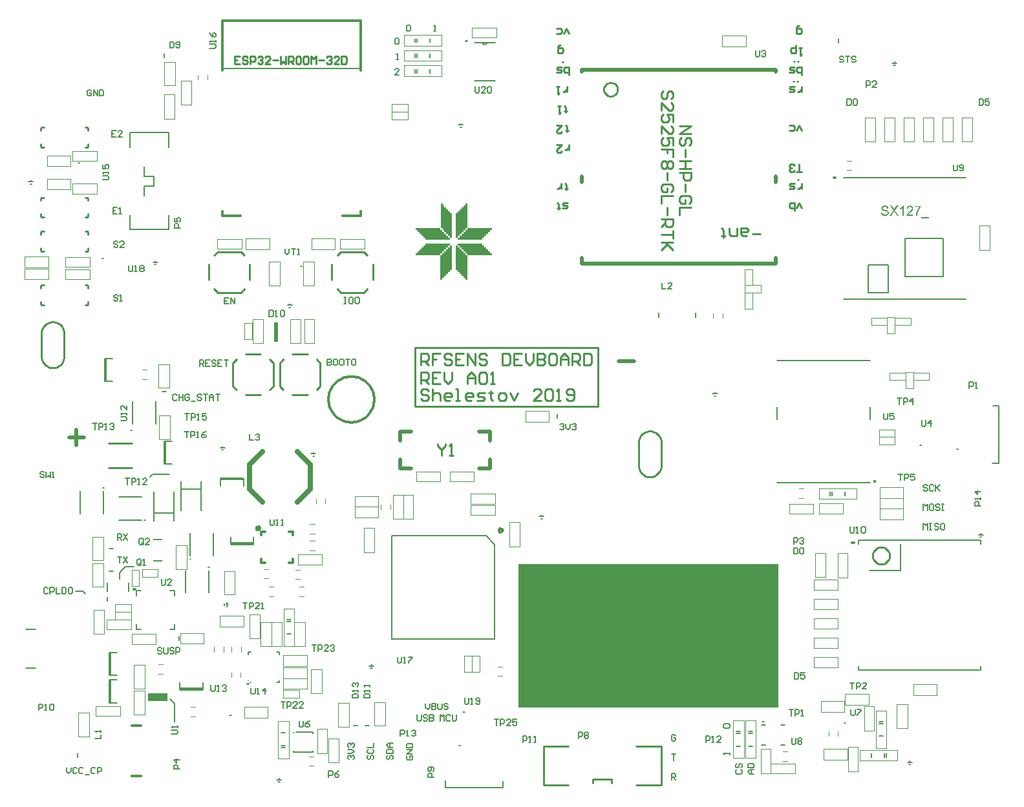
<source format=gto>
G04*
G04 #@! TF.GenerationSoftware,Altium Limited,Altium Designer,20.0.9 (164)*
G04*
G04 Layer_Color=65535*
%FSLAX25Y25*%
%MOIN*%
G70*
G01*
G75*
%ADD10C,0.00787*%
%ADD11C,0.01181*%
%ADD12C,0.01000*%
%ADD13C,0.00591*%
%ADD14C,0.01654*%
%ADD15C,0.01000*%
%ADD16C,0.01496*%
%ADD17C,0.01496*%
%ADD18C,0.00600*%
%ADD19C,0.01378*%
%ADD20C,0.00500*%
%ADD21C,0.01968*%
%ADD22C,0.00394*%
%ADD23C,0.00984*%
%ADD24C,0.02756*%
%ADD25C,0.00630*%
%ADD26R,0.04724X0.00787*%
%ADD27R,0.02000X0.10000*%
%ADD28R,0.09843X0.03937*%
%ADD29R,0.00787X0.04724*%
%ADD30R,1.34124X0.73937*%
G36*
X228389Y300623D02*
X229373D01*
Y299639D01*
X230357D01*
Y298655D01*
X231342D01*
Y297670D01*
X232326D01*
Y296686D01*
X233310D01*
Y295702D01*
Y289796D01*
Y283891D01*
X232326D01*
Y284875D01*
X231342D01*
Y285859D01*
X230357D01*
Y286844D01*
X229373D01*
Y287828D01*
X228389D01*
Y288812D01*
X227404D01*
Y289796D01*
Y295702D01*
Y301607D01*
X228389D01*
Y300623D01*
D02*
G37*
G36*
X241142Y295669D02*
Y289764D01*
Y288779D01*
X240158D01*
Y287795D01*
X239173D01*
Y286811D01*
X238189D01*
Y285827D01*
X237205D01*
Y284842D01*
X236221D01*
Y283858D01*
X235236D01*
Y289764D01*
Y295669D01*
Y296654D01*
X236221D01*
Y297638D01*
X237205D01*
Y298622D01*
X238189D01*
Y299606D01*
X239173D01*
Y300590D01*
X240158D01*
Y301575D01*
X241142D01*
Y295669D01*
D02*
G37*
G36*
X227362Y287795D02*
X228346D01*
Y286811D01*
X229331D01*
Y285827D01*
X230315D01*
Y284842D01*
X231299D01*
Y283858D01*
X232283D01*
Y282874D01*
X219488D01*
Y283858D01*
X218504D01*
Y284842D01*
X217520D01*
Y285827D01*
X216535D01*
Y286811D01*
X215551D01*
Y287795D01*
X214567D01*
Y288779D01*
X227362D01*
Y287795D01*
D02*
G37*
G36*
X253970Y287753D02*
X252985D01*
Y286769D01*
X252001D01*
Y285785D01*
X251017D01*
Y284800D01*
X250033D01*
Y283816D01*
X249048D01*
Y282832D01*
X236253D01*
Y283816D01*
X237237D01*
Y284800D01*
X238222D01*
Y285785D01*
X239206D01*
Y286769D01*
X240190D01*
Y287753D01*
X241174D01*
Y288737D01*
X253970D01*
Y287753D01*
D02*
G37*
G36*
X232251Y279963D02*
X231267D01*
Y278979D01*
X230282D01*
Y277995D01*
X229298D01*
Y277011D01*
X228314D01*
Y276027D01*
X227330D01*
Y275042D01*
X214534D01*
Y276027D01*
X215518D01*
Y277011D01*
X216503D01*
Y277995D01*
X217487D01*
Y278979D01*
X218471D01*
Y279963D01*
X219456D01*
Y280948D01*
X232251D01*
Y279963D01*
D02*
G37*
G36*
X249016Y279921D02*
X250000D01*
Y278937D01*
X250984D01*
Y277953D01*
X251969D01*
Y276969D01*
X252953D01*
Y275984D01*
X253937D01*
Y275000D01*
X241142D01*
Y275984D01*
X240158D01*
Y276969D01*
X239173D01*
Y277953D01*
X238189D01*
Y278937D01*
X237205D01*
Y279921D01*
X236221D01*
Y280906D01*
X249016D01*
Y279921D01*
D02*
G37*
G36*
X233268Y274016D02*
Y268110D01*
Y267126D01*
X232283D01*
Y266142D01*
X231299D01*
Y265158D01*
X230315D01*
Y264173D01*
X229331D01*
Y263189D01*
X228346D01*
Y262205D01*
X227362D01*
Y268110D01*
Y274016D01*
Y275000D01*
X228346D01*
Y275984D01*
X229331D01*
Y276969D01*
X230315D01*
Y277953D01*
X231299D01*
Y278937D01*
X232283D01*
Y279921D01*
X233268D01*
Y274016D01*
D02*
G37*
G36*
X236178Y278904D02*
X237162D01*
Y277920D01*
X238147D01*
Y276936D01*
X239131D01*
Y275952D01*
X240115D01*
Y274967D01*
X241100D01*
Y273983D01*
Y268078D01*
Y262172D01*
X240115D01*
Y263156D01*
X239131D01*
Y264141D01*
X238147D01*
Y265125D01*
X237162D01*
Y266109D01*
X236178D01*
Y267093D01*
X235194D01*
Y268078D01*
Y273983D01*
Y279889D01*
X236178D01*
Y278904D01*
D02*
G37*
G36*
X54035Y221555D02*
X55315D01*
Y209842D01*
X53937D01*
Y221654D01*
X54035Y221555D01*
D02*
G37*
G36*
X84744Y178839D02*
X86024D01*
Y167126D01*
X84646D01*
Y178937D01*
X84744Y178839D01*
D02*
G37*
G36*
X125689Y160079D02*
Y158799D01*
X113976D01*
Y160177D01*
X125787D01*
X125689Y160079D01*
D02*
G37*
G36*
X130905Y125394D02*
X119095D01*
X119193Y125492D01*
Y126772D01*
X130905D01*
Y125394D01*
D02*
G37*
G36*
X56299Y69836D02*
X57579D01*
Y58124D01*
X56201D01*
Y69935D01*
X56299Y69836D01*
D02*
G37*
G36*
X104724Y50394D02*
X92913D01*
X93012Y50492D01*
Y51772D01*
X104724D01*
Y50394D01*
D02*
G37*
G36*
X56299Y55663D02*
X57579D01*
Y43950D01*
X56201D01*
Y55761D01*
X56299Y55663D01*
D02*
G37*
G36*
X456630Y300496D02*
X456690Y300490D01*
X456750Y300485D01*
X456821Y300479D01*
X456974Y300457D01*
X457143Y300425D01*
X457312Y300375D01*
X457476Y300315D01*
X457481D01*
X457492Y300304D01*
X457520Y300299D01*
X457547Y300283D01*
X457580Y300261D01*
X457623Y300239D01*
X457716Y300184D01*
X457825Y300108D01*
X457935Y300015D01*
X458038Y299911D01*
X458131Y299786D01*
X458137Y299780D01*
X458142Y299769D01*
X458153Y299753D01*
X458169Y299726D01*
X458186Y299693D01*
X458208Y299655D01*
X458224Y299605D01*
X458251Y299556D01*
X458295Y299442D01*
X458333Y299305D01*
X458366Y299158D01*
X458382Y298994D01*
X457744Y298945D01*
Y298950D01*
X457738Y298967D01*
Y298989D01*
X457733Y299021D01*
X457722Y299065D01*
X457711Y299109D01*
X457678Y299212D01*
X457634Y299327D01*
X457569Y299447D01*
X457492Y299562D01*
X457443Y299611D01*
X457389Y299660D01*
X457383Y299666D01*
X457378Y299671D01*
X457356Y299682D01*
X457334Y299698D01*
X457301Y299715D01*
X457263Y299736D01*
X457219Y299758D01*
X457170Y299786D01*
X457110Y299808D01*
X457045Y299829D01*
X456974Y299851D01*
X456897Y299868D01*
X456810Y299884D01*
X456717Y299895D01*
X456619Y299906D01*
X456460D01*
X456417Y299900D01*
X456368D01*
X456313Y299895D01*
X456248Y299889D01*
X456182Y299879D01*
X456035Y299851D01*
X455893Y299813D01*
X455756Y299758D01*
X455690Y299720D01*
X455636Y299682D01*
X455630D01*
X455625Y299671D01*
X455592Y299644D01*
X455549Y299595D01*
X455499Y299529D01*
X455450Y299453D01*
X455407Y299360D01*
X455374Y299261D01*
X455368Y299207D01*
X455363Y299147D01*
Y299141D01*
Y299136D01*
X455368Y299103D01*
X455374Y299054D01*
X455385Y298994D01*
X455412Y298923D01*
X455445Y298847D01*
X455488Y298776D01*
X455554Y298705D01*
X455565Y298699D01*
X455576Y298688D01*
X455598Y298672D01*
X455625Y298656D01*
X455658Y298639D01*
X455701Y298617D01*
X455751Y298590D01*
X455811Y298563D01*
X455882Y298535D01*
X455964Y298508D01*
X456056Y298475D01*
X456166Y298443D01*
X456280Y298410D01*
X456411Y298372D01*
X456559Y298339D01*
X456570D01*
X456597Y298333D01*
X456635Y298322D01*
X456690Y298306D01*
X456755Y298295D01*
X456832Y298273D01*
X456914Y298257D01*
X457001Y298230D01*
X457187Y298180D01*
X457372Y298131D01*
X457460Y298104D01*
X457536Y298077D01*
X457613Y298049D01*
X457673Y298022D01*
X457678D01*
X457694Y298011D01*
X457716Y298000D01*
X457744Y297984D01*
X457782Y297968D01*
X457825Y297940D01*
X457918Y297880D01*
X458027Y297809D01*
X458131Y297722D01*
X458235Y297618D01*
X458279Y297564D01*
X458322Y297509D01*
Y297503D01*
X458333Y297493D01*
X458344Y297476D01*
X458355Y297454D01*
X458371Y297427D01*
X458388Y297389D01*
X458431Y297301D01*
X458470Y297198D01*
X458502Y297077D01*
X458524Y296941D01*
X458535Y296794D01*
Y296788D01*
Y296777D01*
Y296755D01*
X458530Y296728D01*
Y296690D01*
X458524Y296652D01*
X458508Y296548D01*
X458481Y296433D01*
X458437Y296308D01*
X458377Y296177D01*
X458344Y296106D01*
X458300Y296040D01*
Y296035D01*
X458289Y296024D01*
X458279Y296007D01*
X458257Y295980D01*
X458208Y295920D01*
X458131Y295838D01*
X458038Y295751D01*
X457924Y295658D01*
X457793Y295571D01*
X457640Y295489D01*
X457634D01*
X457618Y295478D01*
X457596Y295472D01*
X457563Y295456D01*
X457525Y295445D01*
X457476Y295429D01*
X457421Y295407D01*
X457356Y295390D01*
X457290Y295374D01*
X457214Y295352D01*
X457050Y295325D01*
X456870Y295303D01*
X456673Y295292D01*
X456608D01*
X456559Y295298D01*
X456499D01*
X456433Y295303D01*
X456357Y295308D01*
X456269Y295319D01*
X456089Y295341D01*
X455898Y295374D01*
X455707Y295423D01*
X455521Y295489D01*
X455516D01*
X455499Y295500D01*
X455478Y295511D01*
X455445Y295527D01*
X455407Y295549D01*
X455363Y295571D01*
X455259Y295636D01*
X455145Y295718D01*
X455024Y295822D01*
X454904Y295942D01*
X454801Y296084D01*
X454795Y296089D01*
X454790Y296100D01*
X454779Y296122D01*
X454762Y296155D01*
X454740Y296193D01*
X454719Y296237D01*
X454691Y296291D01*
X454670Y296351D01*
X454642Y296411D01*
X454620Y296482D01*
X454577Y296641D01*
X454544Y296810D01*
X454533Y296903D01*
X454528Y296996D01*
X455156Y297050D01*
Y297045D01*
Y297034D01*
X455161Y297012D01*
X455166Y296985D01*
X455172Y296952D01*
X455177Y296919D01*
X455199Y296826D01*
X455226Y296728D01*
X455259Y296624D01*
X455303Y296521D01*
X455358Y296422D01*
X455363Y296411D01*
X455390Y296384D01*
X455429Y296340D01*
X455483Y296286D01*
X455554Y296220D01*
X455641Y296160D01*
X455745Y296095D01*
X455865Y296035D01*
X455871D01*
X455882Y296029D01*
X455898Y296024D01*
X455925Y296013D01*
X455958Y296002D01*
X455996Y295986D01*
X456040Y295975D01*
X456089Y295964D01*
X456204Y295936D01*
X456340Y295909D01*
X456482Y295893D01*
X456641Y295887D01*
X456706D01*
X456739Y295893D01*
X456777D01*
X456864Y295904D01*
X456968Y295915D01*
X457083Y295931D01*
X457198Y295958D01*
X457307Y295996D01*
X457312D01*
X457318Y296002D01*
X457334Y296007D01*
X457356Y296018D01*
X457405Y296046D01*
X457471Y296078D01*
X457542Y296122D01*
X457618Y296177D01*
X457683Y296237D01*
X457744Y296308D01*
X457749Y296319D01*
X457765Y296340D01*
X457793Y296384D01*
X457820Y296439D01*
X457842Y296504D01*
X457869Y296575D01*
X457886Y296657D01*
X457891Y296739D01*
Y296744D01*
Y296750D01*
Y296777D01*
X457886Y296826D01*
X457874Y296881D01*
X457858Y296947D01*
X457831Y297018D01*
X457798Y297088D01*
X457749Y297154D01*
X457744Y297159D01*
X457722Y297181D01*
X457689Y297214D01*
X457640Y297258D01*
X457580Y297301D01*
X457498Y297351D01*
X457405Y297400D01*
X457296Y297449D01*
X457285Y297454D01*
X457274Y297460D01*
X457252Y297465D01*
X457230Y297471D01*
X457198Y297482D01*
X457154Y297498D01*
X457110Y297509D01*
X457050Y297525D01*
X456990Y297547D01*
X456914Y297564D01*
X456832Y297585D01*
X456739Y297613D01*
X456641Y297634D01*
X456526Y297667D01*
X456400Y297694D01*
X456395D01*
X456373Y297700D01*
X456335Y297711D01*
X456291Y297722D01*
X456231Y297738D01*
X456166Y297755D01*
X456100Y297776D01*
X456024Y297798D01*
X455860Y297847D01*
X455701Y297902D01*
X455625Y297929D01*
X455554Y297957D01*
X455488Y297984D01*
X455434Y298011D01*
X455429D01*
X455417Y298022D01*
X455401Y298033D01*
X455374Y298044D01*
X455308Y298082D01*
X455232Y298137D01*
X455139Y298208D01*
X455052Y298284D01*
X454964Y298377D01*
X454893Y298475D01*
Y298481D01*
X454888Y298486D01*
X454877Y298503D01*
X454866Y298524D01*
X454839Y298585D01*
X454806Y298661D01*
X454773Y298754D01*
X454746Y298863D01*
X454724Y298983D01*
X454719Y299109D01*
Y299114D01*
Y299125D01*
Y299147D01*
X454724Y299174D01*
Y299207D01*
X454730Y299245D01*
X454746Y299343D01*
X454773Y299453D01*
X454806Y299567D01*
X454861Y299693D01*
X454932Y299818D01*
Y299824D01*
X454943Y299835D01*
X454953Y299851D01*
X454970Y299873D01*
X455024Y299933D01*
X455095Y300009D01*
X455183Y300091D01*
X455292Y300173D01*
X455417Y300255D01*
X455565Y300326D01*
X455570D01*
X455581Y300332D01*
X455609Y300343D01*
X455636Y300354D01*
X455674Y300364D01*
X455723Y300381D01*
X455778Y300397D01*
X455838Y300414D01*
X455903Y300430D01*
X455974Y300446D01*
X456127Y300474D01*
X456302Y300496D01*
X456488Y300501D01*
X456580D01*
X456630Y300496D01*
D02*
G37*
G36*
X461658Y298017D02*
X463548Y295374D01*
X462734D01*
X461456Y297170D01*
X461451Y297176D01*
X461440Y297198D01*
X461418Y297225D01*
X461391Y297269D01*
X461358Y297312D01*
X461325Y297361D01*
X461249Y297476D01*
Y297471D01*
X461243Y297465D01*
X461222Y297432D01*
X461194Y297389D01*
X461156Y297334D01*
X461074Y297219D01*
X461041Y297165D01*
X461009Y297121D01*
X459731Y295374D01*
X458928D01*
X460878Y297984D01*
X459158Y300414D01*
X459949D01*
X460872Y299120D01*
X460878Y299114D01*
X460883Y299103D01*
X460899Y299081D01*
X460921Y299054D01*
X460943Y299021D01*
X460970Y298983D01*
X461030Y298896D01*
X461096Y298792D01*
X461162Y298694D01*
X461227Y298590D01*
X461276Y298503D01*
Y298508D01*
X461282Y298514D01*
X461293Y298530D01*
X461309Y298552D01*
X461342Y298601D01*
X461391Y298672D01*
X461451Y298759D01*
X461516Y298857D01*
X461598Y298961D01*
X461680Y299070D01*
X462685Y300414D01*
X463411D01*
X461658Y298017D01*
D02*
G37*
G36*
X475019Y299862D02*
X475013Y299857D01*
X474997Y299840D01*
X474970Y299808D01*
X474937Y299769D01*
X474893Y299715D01*
X474839Y299655D01*
X474784Y299584D01*
X474719Y299502D01*
X474648Y299409D01*
X474571Y299305D01*
X474489Y299190D01*
X474407Y299070D01*
X474326Y298945D01*
X474238Y298803D01*
X474145Y298656D01*
X474058Y298503D01*
X474052Y298492D01*
X474036Y298464D01*
X474014Y298421D01*
X473982Y298355D01*
X473943Y298279D01*
X473894Y298186D01*
X473845Y298082D01*
X473790Y297968D01*
X473736Y297842D01*
X473676Y297705D01*
X473616Y297558D01*
X473556Y297411D01*
X473496Y297252D01*
X473435Y297088D01*
X473332Y296755D01*
Y296750D01*
X473326Y296728D01*
X473315Y296690D01*
X473305Y296646D01*
X473288Y296586D01*
X473272Y296515D01*
X473250Y296433D01*
X473234Y296346D01*
X473212Y296248D01*
X473195Y296138D01*
X473174Y296024D01*
X473157Y295904D01*
X473135Y295778D01*
X473119Y295647D01*
X473097Y295374D01*
X472464D01*
Y295379D01*
Y295401D01*
Y295434D01*
X472469Y295478D01*
X472475Y295538D01*
X472480Y295603D01*
X472485Y295685D01*
X472496Y295773D01*
X472507Y295876D01*
X472524Y295980D01*
X472540Y296100D01*
X472562Y296226D01*
X472589Y296362D01*
X472616Y296504D01*
X472655Y296652D01*
X472693Y296804D01*
X472698Y296815D01*
X472704Y296843D01*
X472715Y296886D01*
X472737Y296947D01*
X472758Y297023D01*
X472786Y297116D01*
X472819Y297214D01*
X472857Y297323D01*
X472900Y297443D01*
X472950Y297574D01*
X472999Y297711D01*
X473059Y297847D01*
X473184Y298137D01*
X473332Y298432D01*
X473337Y298443D01*
X473354Y298464D01*
X473376Y298508D01*
X473403Y298563D01*
X473447Y298628D01*
X473490Y298705D01*
X473545Y298792D01*
X473599Y298890D01*
X473665Y298989D01*
X473736Y299098D01*
X473889Y299316D01*
X474052Y299540D01*
X474140Y299649D01*
X474227Y299753D01*
X471759D01*
Y300348D01*
X475019D01*
Y299862D01*
D02*
G37*
G36*
X469592Y300425D02*
X469652Y300419D01*
X469723Y300408D01*
X469805Y300397D01*
X469886Y300381D01*
X469979Y300359D01*
X470072Y300332D01*
X470170Y300299D01*
X470263Y300261D01*
X470362Y300212D01*
X470454Y300157D01*
X470542Y300097D01*
X470624Y300026D01*
X470629Y300021D01*
X470640Y300009D01*
X470662Y299982D01*
X470689Y299955D01*
X470722Y299917D01*
X470760Y299868D01*
X470798Y299813D01*
X470837Y299747D01*
X470875Y299682D01*
X470913Y299605D01*
X470951Y299524D01*
X470984Y299436D01*
X471011Y299338D01*
X471033Y299240D01*
X471044Y299136D01*
X471049Y299027D01*
Y299021D01*
Y299016D01*
Y298999D01*
Y298978D01*
X471044Y298918D01*
X471033Y298841D01*
X471017Y298748D01*
X470995Y298650D01*
X470968Y298541D01*
X470924Y298432D01*
Y298426D01*
X470919Y298421D01*
X470913Y298404D01*
X470902Y298382D01*
X470869Y298322D01*
X470826Y298246D01*
X470766Y298153D01*
X470695Y298049D01*
X470613Y297940D01*
X470509Y297820D01*
X470504Y297815D01*
X470498Y297804D01*
X470476Y297787D01*
X470454Y297760D01*
X470422Y297727D01*
X470383Y297689D01*
X470340Y297640D01*
X470285Y297591D01*
X470220Y297531D01*
X470149Y297465D01*
X470072Y297389D01*
X469985Y297312D01*
X469892Y297225D01*
X469788Y297138D01*
X469674Y297039D01*
X469554Y296936D01*
X469548Y296930D01*
X469532Y296914D01*
X469499Y296892D01*
X469466Y296859D01*
X469417Y296821D01*
X469368Y296777D01*
X469253Y296679D01*
X469133Y296575D01*
X469018Y296466D01*
X468964Y296417D01*
X468915Y296373D01*
X468871Y296329D01*
X468838Y296297D01*
X468833Y296291D01*
X468811Y296269D01*
X468784Y296237D01*
X468745Y296193D01*
X468702Y296144D01*
X468658Y296089D01*
X468571Y295969D01*
X471055D01*
Y295374D01*
X467719D01*
Y295385D01*
Y295412D01*
Y295456D01*
X467724Y295511D01*
X467730Y295576D01*
X467746Y295647D01*
X467763Y295723D01*
X467790Y295800D01*
Y295805D01*
X467795Y295816D01*
X467801Y295833D01*
X467812Y295860D01*
X467828Y295887D01*
X467844Y295925D01*
X467888Y296013D01*
X467943Y296117D01*
X468014Y296231D01*
X468096Y296351D01*
X468194Y296472D01*
X468199Y296477D01*
X468205Y296488D01*
X468221Y296504D01*
X468249Y296532D01*
X468276Y296559D01*
X468314Y296597D01*
X468352Y296641D01*
X468401Y296690D01*
X468456Y296744D01*
X468516Y296799D01*
X468582Y296865D01*
X468658Y296930D01*
X468735Y297001D01*
X468822Y297072D01*
X468909Y297148D01*
X469007Y297230D01*
X469018Y297236D01*
X469046Y297263D01*
X469084Y297296D01*
X469138Y297345D01*
X469204Y297400D01*
X469280Y297465D01*
X469368Y297536D01*
X469455Y297618D01*
X469641Y297787D01*
X469821Y297968D01*
X469908Y298055D01*
X469990Y298142D01*
X470061Y298224D01*
X470121Y298301D01*
X470127Y298306D01*
X470132Y298317D01*
X470149Y298339D01*
X470165Y298366D01*
X470192Y298404D01*
X470214Y298443D01*
X470269Y298541D01*
X470323Y298656D01*
X470372Y298781D01*
X470405Y298912D01*
X470411Y298978D01*
X470416Y299043D01*
Y299049D01*
Y299060D01*
Y299081D01*
X470411Y299103D01*
Y299136D01*
X470400Y299174D01*
X470383Y299256D01*
X470351Y299354D01*
X470301Y299458D01*
X470274Y299513D01*
X470236Y299562D01*
X470198Y299611D01*
X470149Y299660D01*
X470143Y299666D01*
X470138Y299671D01*
X470121Y299682D01*
X470099Y299698D01*
X470072Y299720D01*
X470039Y299742D01*
X469963Y299791D01*
X469859Y299835D01*
X469745Y299879D01*
X469608Y299906D01*
X469532Y299917D01*
X469412D01*
X469379Y299911D01*
X469341D01*
X469297Y299900D01*
X469199Y299884D01*
X469084Y299851D01*
X468964Y299802D01*
X468904Y299769D01*
X468844Y299736D01*
X468789Y299693D01*
X468735Y299644D01*
X468729Y299638D01*
X468724Y299633D01*
X468713Y299616D01*
X468691Y299595D01*
X468674Y299567D01*
X468653Y299535D01*
X468625Y299496D01*
X468603Y299453D01*
X468576Y299404D01*
X468554Y299349D01*
X468511Y299218D01*
X468478Y299076D01*
X468472Y298994D01*
X468467Y298907D01*
X467834Y298972D01*
Y298983D01*
X467839Y299005D01*
X467844Y299038D01*
X467850Y299087D01*
X467861Y299147D01*
X467877Y299218D01*
X467894Y299294D01*
X467921Y299376D01*
X467948Y299458D01*
X467981Y299551D01*
X468025Y299638D01*
X468068Y299726D01*
X468123Y299818D01*
X468183Y299900D01*
X468249Y299982D01*
X468325Y300053D01*
X468330Y300059D01*
X468347Y300070D01*
X468369Y300086D01*
X468401Y300113D01*
X468445Y300141D01*
X468500Y300173D01*
X468560Y300206D01*
X468631Y300244D01*
X468707Y300277D01*
X468794Y300310D01*
X468887Y300343D01*
X468991Y300370D01*
X469100Y300397D01*
X469215Y300414D01*
X469341Y300425D01*
X469472Y300430D01*
X469543D01*
X469592Y300425D01*
D02*
G37*
G36*
X466217Y295374D02*
X465600D01*
Y299311D01*
X465590Y299300D01*
X465562Y299272D01*
X465513Y299234D01*
X465442Y299180D01*
X465360Y299114D01*
X465257Y299043D01*
X465142Y298967D01*
X465011Y298885D01*
X465005D01*
X464994Y298874D01*
X464978Y298863D01*
X464951Y298852D01*
X464918Y298830D01*
X464880Y298814D01*
X464792Y298765D01*
X464694Y298715D01*
X464585Y298661D01*
X464470Y298612D01*
X464361Y298568D01*
Y299163D01*
X464366Y299169D01*
X464383Y299174D01*
X464410Y299190D01*
X464448Y299207D01*
X464492Y299229D01*
X464547Y299261D01*
X464607Y299294D01*
X464667Y299327D01*
X464809Y299414D01*
X464962Y299518D01*
X465120Y299627D01*
X465267Y299753D01*
X465273Y299758D01*
X465284Y299769D01*
X465306Y299786D01*
X465333Y299813D01*
X465360Y299846D01*
X465398Y299879D01*
X465480Y299971D01*
X465573Y300070D01*
X465666Y300184D01*
X465748Y300304D01*
X465819Y300430D01*
X466217D01*
Y295374D01*
D02*
G37*
G36*
X479332Y293976D02*
X475232D01*
Y294424D01*
X479332D01*
Y293976D01*
D02*
G37*
D10*
X155847Y269291D02*
X155059D01*
X155847D01*
X394130Y34138D02*
X393342D01*
X394130D01*
X41339Y322539D02*
X40551D01*
X41339D01*
X53543Y273228D02*
X52756D01*
X53543D01*
X119488Y37697D02*
X118701D01*
X119488D01*
X239764Y39173D02*
X238976D01*
X239764D01*
X494095Y174902D02*
X493504D01*
X494095D01*
X68272Y184524D02*
X67484D01*
X68272D01*
X436307Y33669D02*
X435520D01*
X436307D01*
X237598Y21949D02*
X237008D01*
X237598D01*
X475197Y176969D02*
X474409D01*
X475197D01*
X78740Y161811D02*
X87402D01*
X77559Y160630D02*
X78740Y161811D01*
X115256Y371063D02*
X185807D01*
X90158Y34252D02*
Y43701D01*
X87992Y45866D02*
X90158Y43701D01*
X64961Y114173D02*
X69291D01*
X62992Y112205D02*
X64961Y114173D01*
X61811Y107874D02*
Y111024D01*
X62992Y112205D01*
X42913Y101575D02*
X44094Y100394D01*
X39370Y101575D02*
X42913D01*
X117126Y94784D02*
X117913Y94784D01*
X115945Y94390D02*
Y95177D01*
X117126Y93602D02*
Y94784D01*
Y95965D01*
X460236Y374016D02*
X461417D01*
X462598D01*
X461024Y372835D02*
X461811D01*
X461417Y374016D02*
X461417Y374803D01*
X469291Y13386D02*
X469291Y14173D01*
X468898Y12205D02*
X469685D01*
X469291Y13386D02*
X470472D01*
X468110D02*
X469291D01*
X148425Y249213D02*
X149606D01*
X150787D01*
X149213Y248031D02*
X150000D01*
X149606Y249213D02*
X149606Y250000D01*
X144095Y4331D02*
X144095Y5118D01*
X143701Y3150D02*
X144488D01*
X144095Y4331D02*
X145276D01*
X142913D02*
X144095D01*
X278346Y140157D02*
X279528D01*
X280709D01*
X279134Y138976D02*
X279921D01*
X279528Y140157D02*
X279528Y140945D01*
X237795Y342126D02*
X237795Y342913D01*
X237402Y340945D02*
X238189D01*
X237795Y342126D02*
X238976D01*
X236614D02*
X237795D01*
X504724Y130709D02*
X505905D01*
X507087D01*
X505512Y129528D02*
X506299D01*
X505905Y130709D02*
X505905Y131496D01*
X114961Y175591D02*
X114961Y176378D01*
X114567Y174409D02*
X115354D01*
X114961Y175591D02*
X116142D01*
X113779D02*
X114961D01*
X79134Y271260D02*
X80315D01*
X81496D01*
X79921Y270079D02*
X80709D01*
X80315Y271260D02*
X80315Y272047D01*
X191732Y62992D02*
X191732Y63779D01*
X191339Y61811D02*
X192126D01*
X191732Y62992D02*
X192913D01*
X190551D02*
X191732D01*
X14961Y312795D02*
X16142D01*
X17323D01*
X15748Y311614D02*
X16535D01*
X16142Y312795D02*
X16142Y313583D01*
X368898Y203543D02*
X368898Y204331D01*
X368504Y202362D02*
X369291D01*
X368898Y203543D02*
X370079D01*
X367717D02*
X368898D01*
X160630Y172441D02*
X161811D01*
X162992D01*
X161417Y171260D02*
X162205D01*
X161811Y172441D02*
X161811Y173228D01*
X110379Y120034D02*
X110380Y131648D01*
X98372Y120034D02*
X98373Y131648D01*
X107820Y100742D02*
X107821Y112356D01*
X95813Y100742D02*
X95814Y112356D01*
X41535Y141634D02*
X41536Y153248D01*
X53543Y141634D02*
X53543Y153248D01*
X61516Y138091D02*
X73130Y138091D01*
X61516Y150098D02*
X73130Y150098D01*
X161516Y28346D02*
Y28740D01*
X153051Y28740D02*
X161516D01*
X151476Y18701D02*
Y19094D01*
X161516Y18701D02*
Y19094D01*
X151476Y18701D02*
X161516D01*
X93701Y154331D02*
X103937D01*
Y143307D02*
Y158268D01*
X93701Y143307D02*
Y158268D01*
X89862Y137894D02*
Y152854D01*
X79626Y137894D02*
Y152854D01*
Y141831D02*
X89862D01*
X54331Y221654D02*
X58268D01*
X54331Y209842D02*
X58268D01*
X85039Y178937D02*
X88976D01*
X85039Y167126D02*
X88976D01*
X125787Y155847D02*
Y159783D01*
X113976Y155847D02*
Y159783D01*
X119095Y125787D02*
Y129724D01*
X130905Y125787D02*
Y129724D01*
X56595Y69935D02*
X60532D01*
X56595Y58124D02*
X60532D01*
X56595Y55761D02*
X60532D01*
X56595Y43950D02*
X60532D01*
X92913Y50787D02*
Y54724D01*
X104724Y50787D02*
Y54724D01*
X221752Y384744D02*
Y386713D01*
X215158Y384744D02*
Y386713D01*
X214173Y384744D02*
Y386713D01*
Y376870D02*
Y378839D01*
X215158Y376870D02*
Y378839D01*
X221752Y376870D02*
Y378839D01*
Y368996D02*
Y370965D01*
X215158Y368996D02*
Y370965D01*
X214173Y368996D02*
Y370965D01*
X457185Y15945D02*
Y17913D01*
X456201Y15945D02*
Y17913D01*
X449606Y15945D02*
Y17913D01*
X453543Y26772D02*
X455512D01*
X453543Y33366D02*
X455512D01*
X453543Y34350D02*
X455512D01*
X148228Y87008D02*
X150197D01*
X148228Y86024D02*
X150197D01*
X148228Y79429D02*
X150197D01*
X380020Y21555D02*
X381988D01*
X380020Y28150D02*
X381988D01*
X380020Y29134D02*
X381988D01*
X386220D02*
X388189D01*
X386220Y28150D02*
X388189D01*
X386220Y21555D02*
X388189D01*
X435827Y150984D02*
Y152953D01*
X429232Y150984D02*
Y152953D01*
X428248Y150984D02*
Y152953D01*
X145374Y20866D02*
X147343D01*
X145374Y21850D02*
X147343D01*
X145374Y28445D02*
X147343D01*
X129331Y54429D02*
X129527D01*
X128346Y55413D02*
Y55610D01*
Y70177D02*
X129527D01*
X128346Y68996D02*
Y70177D01*
X142913D02*
X144095D01*
Y68996D02*
Y70177D01*
Y54429D02*
Y55610D01*
X142913Y54429D02*
X144095D01*
X478462Y155994D02*
X477937Y156519D01*
X476887D01*
X476362Y155994D01*
Y155469D01*
X476887Y154944D01*
X477937D01*
X478462Y154420D01*
Y153895D01*
X477937Y153370D01*
X476887D01*
X476362Y153895D01*
X481610Y155994D02*
X481085Y156519D01*
X480036D01*
X479511Y155994D01*
Y153895D01*
X480036Y153370D01*
X481085D01*
X481610Y153895D01*
X482660Y156519D02*
Y153370D01*
Y154420D01*
X484759Y156519D01*
X483184Y154944D01*
X484759Y153370D01*
X60728Y119389D02*
X62827D01*
X61778D01*
Y116240D01*
X63877Y119389D02*
X65976Y116240D01*
Y119389D02*
X63877Y116240D01*
X60728Y128051D02*
Y131200D01*
X62303D01*
X62827Y130675D01*
Y129625D01*
X62303Y129101D01*
X60728D01*
X61778D02*
X62827Y128051D01*
X63877Y131200D02*
X65976Y128051D01*
Y131200D02*
X63877Y128051D01*
X476362Y143370D02*
Y146519D01*
X477412Y145469D01*
X478462Y146519D01*
Y143370D01*
X481085Y146519D02*
X480036D01*
X479511Y145994D01*
Y143895D01*
X480036Y143370D01*
X481085D01*
X481610Y143895D01*
Y145994D01*
X481085Y146519D01*
X484759Y145994D02*
X484234Y146519D01*
X483184D01*
X482660Y145994D01*
Y145469D01*
X483184Y144944D01*
X484234D01*
X484759Y144420D01*
Y143895D01*
X484234Y143370D01*
X483184D01*
X482660Y143895D01*
X485808Y146519D02*
X486858D01*
X486333D01*
Y143370D01*
X485808D01*
X486858D01*
X346441Y4374D02*
Y7523D01*
X348015D01*
X348540Y6998D01*
Y5948D01*
X348015Y5424D01*
X346441D01*
X347491D02*
X348540Y4374D01*
Y26998D02*
X348015Y27523D01*
X346966D01*
X346441Y26998D01*
Y24899D01*
X346966Y24374D01*
X348015D01*
X348540Y24899D01*
Y25948D01*
X347491D01*
X219685Y43700D02*
Y41601D01*
X220735Y40551D01*
X221784Y41601D01*
Y43700D01*
X222834D02*
Y40551D01*
X224408D01*
X224933Y41076D01*
Y41601D01*
X224408Y42125D01*
X222834D01*
X224408D01*
X224933Y42650D01*
Y43175D01*
X224408Y43700D01*
X222834D01*
X225982D02*
Y41076D01*
X226507Y40551D01*
X227556D01*
X228081Y41076D01*
Y43700D01*
X231230Y43175D02*
X230705Y43700D01*
X229656D01*
X229131Y43175D01*
Y42650D01*
X229656Y42125D01*
X230705D01*
X231230Y41601D01*
Y41076D01*
X230705Y40551D01*
X229656D01*
X229131Y41076D01*
X215354Y37794D02*
Y35170D01*
X215879Y34646D01*
X216929D01*
X217453Y35170D01*
Y37794D01*
X220602Y37269D02*
X220077Y37794D01*
X219028D01*
X218503Y37269D01*
Y36745D01*
X219028Y36220D01*
X220077D01*
X220602Y35695D01*
Y35170D01*
X220077Y34646D01*
X219028D01*
X218503Y35170D01*
X221652Y37794D02*
Y34646D01*
X223226D01*
X223751Y35170D01*
Y35695D01*
X223226Y36220D01*
X221652D01*
X223226D01*
X223751Y36745D01*
Y37269D01*
X223226Y37794D01*
X221652D01*
X288878Y187466D02*
X289403Y187991D01*
X290452D01*
X290977Y187466D01*
Y186942D01*
X290452Y186417D01*
X289928D01*
X290452D01*
X290977Y185892D01*
Y185367D01*
X290452Y184843D01*
X289403D01*
X288878Y185367D01*
X292027Y187991D02*
Y185892D01*
X293076Y184843D01*
X294126Y185892D01*
Y187991D01*
X295175Y187466D02*
X295700Y187991D01*
X296749D01*
X297274Y187466D01*
Y186942D01*
X296749Y186417D01*
X296225D01*
X296749D01*
X297274Y185892D01*
Y185367D01*
X296749Y184843D01*
X295700D01*
X295175Y185367D01*
X346441Y17523D02*
X348540D01*
X347491D01*
Y14374D01*
X227165Y34646D02*
Y37794D01*
X228215Y36745D01*
X229264Y37794D01*
Y34646D01*
X232413Y37269D02*
X231888Y37794D01*
X230839D01*
X230314Y37269D01*
Y35170D01*
X230839Y34646D01*
X231888D01*
X232413Y35170D01*
X233463Y37794D02*
Y35170D01*
X233987Y34646D01*
X235037D01*
X235562Y35170D01*
Y37794D01*
X177559Y253149D02*
X178609D01*
X178084D01*
Y250000D01*
X177559D01*
X178609D01*
X181757Y253149D02*
X180708D01*
X180183Y252624D01*
Y250525D01*
X180708Y250000D01*
X181757D01*
X182282Y250525D01*
Y252624D01*
X181757Y253149D01*
X183332Y252624D02*
X183856Y253149D01*
X184906D01*
X185431Y252624D01*
Y250525D01*
X184906Y250000D01*
X183856D01*
X183332Y250525D01*
Y252624D01*
X83595Y71915D02*
X83070Y72440D01*
X82021D01*
X81496Y71915D01*
Y71390D01*
X82021Y70866D01*
X83070D01*
X83595Y70341D01*
Y69816D01*
X83070Y69291D01*
X82021D01*
X81496Y69816D01*
X84645Y72440D02*
Y69816D01*
X85169Y69291D01*
X86219D01*
X86744Y69816D01*
Y72440D01*
X89892Y71915D02*
X89368Y72440D01*
X88318D01*
X87793Y71915D01*
Y71390D01*
X88318Y70866D01*
X89368D01*
X89892Y70341D01*
Y69816D01*
X89368Y69291D01*
X88318D01*
X87793Y69816D01*
X90942Y69291D02*
Y72440D01*
X92516D01*
X93041Y71915D01*
Y70866D01*
X92516Y70341D01*
X90942D01*
X476362Y133370D02*
Y136519D01*
X477412Y135469D01*
X478462Y136519D01*
Y133370D01*
X479511Y136519D02*
X480560D01*
X480036D01*
Y133370D01*
X479511D01*
X480560D01*
X484234Y135994D02*
X483709Y136519D01*
X482660D01*
X482135Y135994D01*
Y135469D01*
X482660Y134944D01*
X483709D01*
X484234Y134420D01*
Y133895D01*
X483709Y133370D01*
X482660D01*
X482135Y133895D01*
X486858Y136519D02*
X485808D01*
X485283Y135994D01*
Y133895D01*
X485808Y133370D01*
X486858D01*
X487383Y133895D01*
Y135994D01*
X486858Y136519D01*
X210345Y16650D02*
X209820Y16126D01*
Y15076D01*
X210345Y14551D01*
X212444D01*
X212968Y15076D01*
Y16126D01*
X212444Y16650D01*
X211394D01*
Y15601D01*
X212968Y17700D02*
X209820D01*
X212968Y19799D01*
X209820D01*
Y20848D02*
X212968D01*
Y22423D01*
X212444Y22947D01*
X210345D01*
X209820Y22423D01*
Y20848D01*
X409449Y124015D02*
Y120866D01*
X411023D01*
X411548Y121391D01*
Y123490D01*
X411023Y124015D01*
X409449D01*
X412597Y123490D02*
X413122Y124015D01*
X414172D01*
X414697Y123490D01*
Y121391D01*
X414172Y120866D01*
X413122D01*
X412597Y121391D01*
Y123490D01*
X409842Y59448D02*
Y56299D01*
X411417D01*
X411942Y56824D01*
Y58923D01*
X411417Y59448D01*
X409842D01*
X415090D02*
X412991D01*
Y57873D01*
X414041Y58398D01*
X414565D01*
X415090Y57873D01*
Y56824D01*
X414565Y56299D01*
X413516D01*
X412991Y56824D01*
X505118Y355511D02*
Y352362D01*
X506692D01*
X507217Y352887D01*
Y354986D01*
X506692Y355511D01*
X505118D01*
X510366D02*
X508267D01*
Y353937D01*
X509316Y354461D01*
X509841D01*
X510366Y353937D01*
Y352887D01*
X509841Y352362D01*
X508791D01*
X508267Y352887D01*
X437008Y355511D02*
Y352362D01*
X438582D01*
X439107Y352887D01*
Y354986D01*
X438582Y355511D01*
X437008D01*
X440157Y354986D02*
X440681Y355511D01*
X441731D01*
X442255Y354986D01*
Y352887D01*
X441731Y352362D01*
X440681D01*
X440157Y352887D01*
Y354986D01*
X108269Y381693D02*
X110893D01*
X111417Y382218D01*
Y383267D01*
X110893Y383792D01*
X108269D01*
X111417Y384841D02*
Y385891D01*
Y385366D01*
X108269D01*
X108793Y384841D01*
X108269Y389564D02*
X108793Y388515D01*
X109843Y387465D01*
X110893D01*
X111417Y387990D01*
Y389040D01*
X110893Y389564D01*
X110368D01*
X109843Y389040D01*
Y387465D01*
X74146Y126115D02*
Y128214D01*
X73621Y128739D01*
X72572D01*
X72047Y128214D01*
Y126115D01*
X72572Y125591D01*
X73621D01*
X73097Y126640D02*
X74146Y125591D01*
X73621D02*
X74146Y126115D01*
X77295Y125591D02*
X75196D01*
X77295Y127690D01*
Y128214D01*
X76770Y128739D01*
X75721D01*
X75196Y128214D01*
X206693Y26772D02*
Y29920D01*
X208267D01*
X208792Y29395D01*
Y28346D01*
X208267Y27821D01*
X206693D01*
X209841Y26772D02*
X210891D01*
X210366D01*
Y29920D01*
X209841Y29395D01*
X212465D02*
X212990Y29920D01*
X214040D01*
X214564Y29395D01*
Y28871D01*
X214040Y28346D01*
X213515D01*
X214040D01*
X214564Y27821D01*
Y27296D01*
X214040Y26772D01*
X212990D01*
X212465Y27296D01*
X138976Y246456D02*
Y243307D01*
X140551D01*
X141075Y243832D01*
Y245931D01*
X140551Y246456D01*
X138976D01*
X142125Y243307D02*
X143175D01*
X142650D01*
Y246456D01*
X142125Y245931D01*
X144749D02*
X145274Y246456D01*
X146323D01*
X146848Y245931D01*
Y243832D01*
X146323Y243307D01*
X145274D01*
X144749Y243832D01*
Y245931D01*
X147244Y278345D02*
Y276246D01*
X148294Y275197D01*
X149343Y276246D01*
Y278345D01*
X150393D02*
X152492D01*
X151442D01*
Y275197D01*
X153541D02*
X154591D01*
X154066D01*
Y278345D01*
X153541Y277821D01*
X408465Y25786D02*
Y23163D01*
X408989Y22638D01*
X410039D01*
X410564Y23163D01*
Y25786D01*
X411613Y25262D02*
X412138Y25786D01*
X413188D01*
X413712Y25262D01*
Y24737D01*
X413188Y24212D01*
X413712Y23687D01*
Y23163D01*
X413188Y22638D01*
X412138D01*
X411613Y23163D01*
Y23687D01*
X412138Y24212D01*
X411613Y24737D01*
Y25262D01*
X412138Y24212D02*
X413188D01*
X53151Y313779D02*
X55774D01*
X56299Y314304D01*
Y315354D01*
X55774Y315879D01*
X53151D01*
X56299Y316928D02*
Y317978D01*
Y317453D01*
X53151D01*
X53675Y316928D01*
X53151Y321651D02*
Y319552D01*
X54725D01*
X54200Y320602D01*
Y321126D01*
X54725Y321651D01*
X55774D01*
X56299Y321126D01*
Y320077D01*
X55774Y319552D01*
X66535Y269684D02*
Y267060D01*
X67060Y266535D01*
X68110D01*
X68634Y267060D01*
Y269684D01*
X69684Y266535D02*
X70734D01*
X70209D01*
Y269684D01*
X69684Y269159D01*
X72308D02*
X72833Y269684D01*
X73882D01*
X74407Y269159D01*
Y268635D01*
X73882Y268110D01*
X74407Y267585D01*
Y267060D01*
X73882Y266535D01*
X72833D01*
X72308Y267060D01*
Y267585D01*
X72833Y268110D01*
X72308Y268635D01*
Y269159D01*
X72833Y268110D02*
X73882D01*
X92913Y9843D02*
X89765D01*
Y11417D01*
X90290Y11942D01*
X91339D01*
X91864Y11417D01*
Y9843D01*
X92913Y14565D02*
X89765D01*
X91339Y12991D01*
Y15090D01*
X88584Y27953D02*
X91207D01*
X91732Y28477D01*
Y29527D01*
X91207Y30052D01*
X88584D01*
X91732Y31101D02*
Y32151D01*
Y31626D01*
X88584D01*
X89109Y31101D01*
X109055Y53149D02*
Y50525D01*
X109580Y50000D01*
X110629D01*
X111154Y50525D01*
Y53149D01*
X112204Y50000D02*
X113253D01*
X112729D01*
Y53149D01*
X112204Y52624D01*
X114828D02*
X115352Y53149D01*
X116402D01*
X116927Y52624D01*
Y52099D01*
X116402Y51574D01*
X115877D01*
X116402D01*
X116927Y51050D01*
Y50525D01*
X116402Y50000D01*
X115352D01*
X114828Y50525D01*
X239764Y46456D02*
Y43832D01*
X240288Y43307D01*
X241338D01*
X241863Y43832D01*
Y46456D01*
X242912Y43307D02*
X243962D01*
X243437D01*
Y46456D01*
X242912Y45931D01*
X245536Y43832D02*
X246061Y43307D01*
X247111D01*
X247635Y43832D01*
Y45931D01*
X247111Y46456D01*
X246061D01*
X245536Y45931D01*
Y45406D01*
X246061Y44881D01*
X247635D01*
X118142Y252952D02*
X116043D01*
Y249803D01*
X118142D01*
X116043Y251377D02*
X117093D01*
X119192Y249803D02*
Y252952D01*
X121291Y249803D01*
Y252952D01*
X103150Y217717D02*
Y220865D01*
X104724D01*
X105249Y220340D01*
Y219291D01*
X104724Y218766D01*
X103150D01*
X104199D02*
X105249Y217717D01*
X108397Y220865D02*
X106298D01*
Y217717D01*
X108397D01*
X106298Y219291D02*
X107348D01*
X111546Y220340D02*
X111021Y220865D01*
X109972D01*
X109447Y220340D01*
Y219816D01*
X109972Y219291D01*
X111021D01*
X111546Y218766D01*
Y218241D01*
X111021Y217717D01*
X109972D01*
X109447Y218241D01*
X114694Y220865D02*
X112595D01*
Y217717D01*
X114694D01*
X112595Y219291D02*
X113645D01*
X115744Y220865D02*
X117843D01*
X116794D01*
Y217717D01*
X168996Y221259D02*
Y218110D01*
X170570D01*
X171095Y218635D01*
Y219160D01*
X170570Y219685D01*
X168996D01*
X170570D01*
X171095Y220209D01*
Y220734D01*
X170570Y221259D01*
X168996D01*
X173719D02*
X172669D01*
X172145Y220734D01*
Y218635D01*
X172669Y218110D01*
X173719D01*
X174244Y218635D01*
Y220734D01*
X173719Y221259D01*
X176867D02*
X175818D01*
X175293Y220734D01*
Y218635D01*
X175818Y218110D01*
X176867D01*
X177392Y218635D01*
Y220734D01*
X176867Y221259D01*
X178442D02*
X180541D01*
X179491D01*
Y218110D01*
X181590Y220734D02*
X182115Y221259D01*
X183165D01*
X183689Y220734D01*
Y218635D01*
X183165Y218110D01*
X182115D01*
X181590Y218635D01*
Y220734D01*
X91469Y202624D02*
X90944Y203149D01*
X89895D01*
X89370Y202624D01*
Y200525D01*
X89895Y200000D01*
X90944D01*
X91469Y200525D01*
X92519Y203149D02*
Y200000D01*
Y201574D01*
X94618D01*
Y203149D01*
Y200000D01*
X97766Y202624D02*
X97242Y203149D01*
X96192D01*
X95667Y202624D01*
Y200525D01*
X96192Y200000D01*
X97242D01*
X97766Y200525D01*
Y201574D01*
X96717D01*
X98816Y199475D02*
X100915D01*
X104063Y202624D02*
X103539Y203149D01*
X102489D01*
X101964Y202624D01*
Y202099D01*
X102489Y201574D01*
X103539D01*
X104063Y201049D01*
Y200525D01*
X103539Y200000D01*
X102489D01*
X101964Y200525D01*
X105113Y203149D02*
X107212D01*
X106163D01*
Y200000D01*
X108262D02*
Y202099D01*
X109311Y203149D01*
X110361Y202099D01*
Y200000D01*
Y201574D01*
X108262D01*
X111410Y203149D02*
X113509D01*
X112460D01*
Y200000D01*
X34646Y10629D02*
Y8530D01*
X35695Y7480D01*
X36745Y8530D01*
Y10629D01*
X39893Y10104D02*
X39369Y10629D01*
X38319D01*
X37794Y10104D01*
Y8005D01*
X38319Y7480D01*
X39369D01*
X39893Y8005D01*
X43042Y10104D02*
X42517Y10629D01*
X41468D01*
X40943Y10104D01*
Y8005D01*
X41468Y7480D01*
X42517D01*
X43042Y8005D01*
X44091Y6955D02*
X46191D01*
X49339Y10104D02*
X48814Y10629D01*
X47765D01*
X47240Y10104D01*
Y8005D01*
X47765Y7480D01*
X48814D01*
X49339Y8005D01*
X50389Y7480D02*
Y10629D01*
X51963D01*
X52488Y10104D01*
Y9055D01*
X51963Y8530D01*
X50389D01*
X24934Y102919D02*
X24409Y103444D01*
X23359D01*
X22835Y102919D01*
Y100820D01*
X23359Y100295D01*
X24409D01*
X24934Y100820D01*
X25983Y100295D02*
Y103444D01*
X27558D01*
X28082Y102919D01*
Y101870D01*
X27558Y101345D01*
X25983D01*
X29132Y103444D02*
Y100295D01*
X31231D01*
X32280Y103444D02*
Y100295D01*
X33855D01*
X34380Y100820D01*
Y102919D01*
X33855Y103444D01*
X32280D01*
X37003D02*
X35954D01*
X35429Y102919D01*
Y100820D01*
X35954Y100295D01*
X37003D01*
X37528Y100820D01*
Y102919D01*
X37003Y103444D01*
X47375Y359710D02*
X46850Y360235D01*
X45800D01*
X45276Y359710D01*
Y357611D01*
X45800Y357087D01*
X46850D01*
X47375Y357611D01*
Y358661D01*
X46325D01*
X48424Y357087D02*
Y360235D01*
X50523Y357087D01*
Y360235D01*
X51573D02*
Y357087D01*
X53147D01*
X53672Y357611D01*
Y359710D01*
X53147Y360235D01*
X51573D01*
X60071Y339172D02*
X57972D01*
Y336024D01*
X60071D01*
X57972Y337598D02*
X59022D01*
X63220Y336024D02*
X61121D01*
X63220Y338123D01*
Y338647D01*
X62695Y339172D01*
X61646D01*
X61121Y338647D01*
X60662Y299408D02*
X58563D01*
Y296260D01*
X60662D01*
X58563Y297834D02*
X59613D01*
X61712Y296260D02*
X62761D01*
X62236D01*
Y299408D01*
X61712Y298884D01*
X60973Y254017D02*
X60448Y254542D01*
X59399D01*
X58874Y254017D01*
Y253493D01*
X59399Y252968D01*
X60448D01*
X60973Y252443D01*
Y251919D01*
X60448Y251394D01*
X59399D01*
X58874Y251919D01*
X62023Y251394D02*
X63072D01*
X62547D01*
Y254542D01*
X62023Y254017D01*
X60973Y281577D02*
X60448Y282101D01*
X59399D01*
X58874Y281577D01*
Y281052D01*
X59399Y280527D01*
X60448D01*
X60973Y280002D01*
Y279478D01*
X60448Y278953D01*
X59399D01*
X58874Y279478D01*
X64122Y278953D02*
X62023D01*
X64122Y281052D01*
Y281577D01*
X63597Y282101D01*
X62547D01*
X62023Y281577D01*
X380152Y9481D02*
X379627Y8956D01*
Y7907D01*
X380152Y7382D01*
X382251D01*
X382776Y7907D01*
Y8956D01*
X382251Y9481D01*
X380152Y12630D02*
X379627Y12105D01*
Y11055D01*
X380152Y10531D01*
X380677D01*
X381201Y11055D01*
Y12105D01*
X381726Y12630D01*
X382251D01*
X382776Y12105D01*
Y11055D01*
X382251Y10531D01*
X388976Y7382D02*
X386877D01*
X385828Y8431D01*
X386877Y9481D01*
X388976D01*
X387402D01*
Y7382D01*
X385828Y10531D02*
X388976D01*
Y12105D01*
X388452Y12630D01*
X386352D01*
X385828Y12105D01*
Y10531D01*
X373853Y31004D02*
X373328Y31529D01*
Y32578D01*
X373853Y33103D01*
X375952D01*
X376476Y32578D01*
Y31529D01*
X375952Y31004D01*
X373853D01*
X376476Y17224D02*
Y18274D01*
Y17749D01*
X373328D01*
X373853Y17224D01*
X435170Y377033D02*
X434645Y377558D01*
X433596D01*
X433071Y377033D01*
Y376508D01*
X433596Y375984D01*
X434645D01*
X435170Y375459D01*
Y374934D01*
X434645Y374410D01*
X433596D01*
X433071Y374934D01*
X436219Y377558D02*
X438318D01*
X437269D01*
Y374410D01*
X441467Y377033D02*
X440942Y377558D01*
X439893D01*
X439368Y377033D01*
Y376508D01*
X439893Y375984D01*
X440942D01*
X441467Y375459D01*
Y374934D01*
X440942Y374410D01*
X439893D01*
X439368Y374934D01*
X200132Y16863D02*
X199607Y16338D01*
Y15289D01*
X200132Y14764D01*
X200657D01*
X201182Y15289D01*
Y16338D01*
X201706Y16863D01*
X202231D01*
X202756Y16338D01*
Y15289D01*
X202231Y14764D01*
X199607Y17912D02*
X202756D01*
Y19487D01*
X202231Y20011D01*
X200132D01*
X199607Y19487D01*
Y17912D01*
X202756Y21061D02*
X200657D01*
X199607Y22110D01*
X200657Y23160D01*
X202756D01*
X201182D01*
Y21061D01*
X190132Y16863D02*
X189607Y16338D01*
Y15289D01*
X190132Y14764D01*
X190657D01*
X191182Y15289D01*
Y16338D01*
X191706Y16863D01*
X192231D01*
X192756Y16338D01*
Y15289D01*
X192231Y14764D01*
X190132Y20011D02*
X189607Y19487D01*
Y18437D01*
X190132Y17912D01*
X192231D01*
X192756Y18437D01*
Y19487D01*
X192231Y20011D01*
X189607Y21061D02*
X192756D01*
Y23160D01*
X180132Y14764D02*
X179607Y15289D01*
Y16338D01*
X180132Y16863D01*
X180657D01*
X181182Y16338D01*
Y15813D01*
Y16338D01*
X181706Y16863D01*
X182231D01*
X182756Y16338D01*
Y15289D01*
X182231Y14764D01*
X179607Y17912D02*
X181706D01*
X182756Y18962D01*
X181706Y20011D01*
X179607D01*
X180132Y21061D02*
X179607Y21586D01*
Y22635D01*
X180132Y23160D01*
X180657D01*
X181182Y22635D01*
Y22110D01*
Y22635D01*
X181706Y23160D01*
X182231D01*
X182756Y22635D01*
Y21586D01*
X182231Y21061D01*
X203839Y386384D02*
X204363Y386908D01*
X205413D01*
X205938Y386384D01*
Y384285D01*
X205413Y383760D01*
X204363D01*
X203839Y384285D01*
Y386384D01*
X204626Y375886D02*
X205676D01*
X205151D01*
Y379034D01*
X204626Y378510D01*
X205938Y368012D02*
X203839D01*
X205938Y370111D01*
Y370636D01*
X205413Y371160D01*
X204363D01*
X203839Y370636D01*
X209744Y393077D02*
X210269Y393601D01*
X211318D01*
X211843Y393077D01*
Y390978D01*
X211318Y390453D01*
X210269D01*
X209744Y390978D01*
Y393077D01*
X223917Y390453D02*
X224967D01*
X224442D01*
Y393601D01*
X223917Y393077D01*
X505905Y145671D02*
X502756D01*
Y147245D01*
X503281Y147770D01*
X504331D01*
X504855Y147245D01*
Y145671D01*
X505905Y148819D02*
Y149869D01*
Y149344D01*
X502756D01*
X503281Y148819D01*
X505905Y153017D02*
X502756D01*
X504331Y151443D01*
Y153542D01*
X364175Y23623D02*
Y26771D01*
X365749D01*
X366274Y26246D01*
Y25197D01*
X365749Y24672D01*
X364175D01*
X367323Y23623D02*
X368373D01*
X367848D01*
Y26771D01*
X367323Y26246D01*
X372046Y23623D02*
X369947D01*
X372046Y25722D01*
Y26246D01*
X371521Y26771D01*
X370472D01*
X369947Y26246D01*
X269817Y23623D02*
Y26771D01*
X271392D01*
X271916Y26246D01*
Y25197D01*
X271392Y24672D01*
X269817D01*
X272966Y23623D02*
X274015D01*
X273491D01*
Y26771D01*
X272966Y26246D01*
X275590Y23623D02*
X276639D01*
X276115D01*
Y26771D01*
X275590Y26246D01*
X389764Y380511D02*
Y377887D01*
X390288Y377362D01*
X391338D01*
X391863Y377887D01*
Y380511D01*
X392912Y379986D02*
X393437Y380511D01*
X394487D01*
X395011Y379986D01*
Y379461D01*
X394487Y378937D01*
X393962D01*
X394487D01*
X395011Y378412D01*
Y377887D01*
X394487Y377362D01*
X393437D01*
X392912Y377887D01*
X438531Y134749D02*
Y132125D01*
X439055Y131600D01*
X440105D01*
X440630Y132125D01*
Y134749D01*
X441679Y131600D02*
X442729D01*
X442204D01*
Y134749D01*
X441679Y134224D01*
X444303D02*
X444828Y134749D01*
X445877D01*
X446402Y134224D01*
Y132125D01*
X445877Y131600D01*
X444828D01*
X444303Y132125D01*
Y134224D01*
X93307Y288976D02*
X90158D01*
Y290551D01*
X90683Y291075D01*
X91733D01*
X92258Y290551D01*
Y288976D01*
X90158Y294224D02*
Y292125D01*
X91733D01*
X91208Y293175D01*
Y293699D01*
X91733Y294224D01*
X92782D01*
X93307Y293699D01*
Y292650D01*
X92782Y292125D01*
X462992Y201180D02*
X465091D01*
X464042D01*
Y198031D01*
X466141D02*
Y201180D01*
X467715D01*
X468240Y200655D01*
Y199606D01*
X467715Y199081D01*
X466141D01*
X470864Y198031D02*
Y201180D01*
X469289Y199606D01*
X471388D01*
X139469Y138680D02*
Y136056D01*
X139993Y135531D01*
X141043D01*
X141568Y136056D01*
Y138680D01*
X142617Y135531D02*
X143667D01*
X143142D01*
Y138680D01*
X142617Y138155D01*
X145241Y135531D02*
X146291D01*
X145766D01*
Y138680D01*
X145241Y138155D01*
X87795Y385038D02*
Y381890D01*
X89370D01*
X89894Y382415D01*
Y384514D01*
X89370Y385038D01*
X87795D01*
X90944Y382415D02*
X91469Y381890D01*
X92518D01*
X93043Y382415D01*
Y384514D01*
X92518Y385038D01*
X91469D01*
X90944Y384514D01*
Y383989D01*
X91469Y383464D01*
X93043D01*
X187796Y46457D02*
X190945D01*
Y48031D01*
X190420Y48556D01*
X188321D01*
X187796Y48031D01*
Y46457D01*
X190945Y49605D02*
Y50655D01*
Y50130D01*
X187796D01*
X188321Y49605D01*
X190945Y52229D02*
Y53279D01*
Y52754D01*
X187796D01*
X188321Y52229D01*
X181891Y46457D02*
X185039D01*
Y48031D01*
X184515Y48556D01*
X182415D01*
X181891Y48031D01*
Y46457D01*
X185039Y49605D02*
Y50655D01*
Y50130D01*
X181891D01*
X182415Y49605D01*
Y52229D02*
X181891Y52754D01*
Y53803D01*
X182415Y54328D01*
X182940D01*
X183465Y53803D01*
Y53279D01*
Y53803D01*
X183990Y54328D01*
X184515D01*
X185039Y53803D01*
Y52754D01*
X184515Y52229D01*
X49214Y25591D02*
X52362D01*
Y27690D01*
Y28739D02*
Y29789D01*
Y29264D01*
X49214D01*
X49738Y28739D01*
X341437Y260629D02*
Y257480D01*
X343536D01*
X346685D02*
X344586D01*
X346685Y259579D01*
Y260104D01*
X346160Y260629D01*
X345110D01*
X344586Y260104D01*
X128740Y182676D02*
Y179528D01*
X130839D01*
X131889Y182151D02*
X132413Y182676D01*
X133463D01*
X133988Y182151D01*
Y181627D01*
X133463Y181102D01*
X132938D01*
X133463D01*
X133988Y180577D01*
Y180052D01*
X133463Y179528D01*
X132413D01*
X131889Y180052D01*
X500000Y206299D02*
Y209448D01*
X501574D01*
X502099Y208923D01*
Y207874D01*
X501574Y207349D01*
X500000D01*
X503149Y206299D02*
X504198D01*
X503673D01*
Y209448D01*
X503149Y208923D01*
X446850Y361614D02*
Y364763D01*
X448425D01*
X448949Y364238D01*
Y363189D01*
X448425Y362664D01*
X446850D01*
X452098Y361614D02*
X449999D01*
X452098Y363713D01*
Y364238D01*
X451573Y364763D01*
X450524D01*
X449999Y364238D01*
X409449Y125984D02*
Y129133D01*
X411023D01*
X411548Y128608D01*
Y127559D01*
X411023Y127034D01*
X409449D01*
X412597Y128608D02*
X413122Y129133D01*
X414172D01*
X414697Y128608D01*
Y128083D01*
X414172Y127559D01*
X413647D01*
X414172D01*
X414697Y127034D01*
Y126509D01*
X414172Y125984D01*
X413122D01*
X412597Y126509D01*
X169685Y5610D02*
Y8759D01*
X171259D01*
X171784Y8234D01*
Y7185D01*
X171259Y6660D01*
X169685D01*
X174933Y8759D02*
X173883Y8234D01*
X172834Y7185D01*
Y6135D01*
X173358Y5610D01*
X174408D01*
X174933Y6135D01*
Y6660D01*
X174408Y7185D01*
X172834D01*
X298425Y25591D02*
Y28739D01*
X299999D01*
X300524Y28214D01*
Y27165D01*
X299999Y26640D01*
X298425D01*
X301574Y28214D02*
X302099Y28739D01*
X303148D01*
X303673Y28214D01*
Y27690D01*
X303148Y27165D01*
X303673Y26640D01*
Y26115D01*
X303148Y25591D01*
X302099D01*
X301574Y26115D01*
Y26640D01*
X302099Y27165D01*
X301574Y27690D01*
Y28214D01*
X302099Y27165D02*
X303148D01*
X224016Y5512D02*
X220867D01*
Y7086D01*
X221392Y7611D01*
X222441D01*
X222966Y7086D01*
Y5512D01*
X223491Y8660D02*
X224016Y9185D01*
Y10235D01*
X223491Y10759D01*
X221392D01*
X220867Y10235D01*
Y9185D01*
X221392Y8660D01*
X221917D01*
X222441Y9185D01*
Y10759D01*
X22965Y162860D02*
X22440Y163385D01*
X21391D01*
X20866Y162860D01*
Y162335D01*
X21391Y161811D01*
X22440D01*
X22965Y161286D01*
Y160761D01*
X22440Y160236D01*
X21391D01*
X20866Y160761D01*
X24015Y163385D02*
Y160236D01*
X25064Y161286D01*
X26114Y160236D01*
Y163385D01*
X27163Y160236D02*
X28213D01*
X27688D01*
Y163385D01*
X27163Y162860D01*
X463386Y162007D02*
X465485D01*
X464435D01*
Y158858D01*
X466534D02*
Y162007D01*
X468109D01*
X468634Y161482D01*
Y160433D01*
X468109Y159908D01*
X466534D01*
X471782Y162007D02*
X469683D01*
Y160433D01*
X470732Y160957D01*
X471257D01*
X471782Y160433D01*
Y159383D01*
X471257Y158858D01*
X470208D01*
X469683Y159383D01*
X64961Y159842D02*
X67060D01*
X66010D01*
Y156693D01*
X68109D02*
Y159842D01*
X69683D01*
X70208Y159317D01*
Y158267D01*
X69683Y157742D01*
X68109D01*
X71258Y156693D02*
X72307D01*
X71783D01*
Y159842D01*
X71258Y159317D01*
X75981Y156693D02*
X73882D01*
X75981Y158792D01*
Y159317D01*
X75456Y159842D01*
X74406D01*
X73882Y159317D01*
X48031Y188188D02*
X50131D01*
X49081D01*
Y185039D01*
X51180D02*
Y188188D01*
X52754D01*
X53279Y187663D01*
Y186614D01*
X52754Y186089D01*
X51180D01*
X54329Y185039D02*
X55378D01*
X54853D01*
Y188188D01*
X54329Y187663D01*
X56953D02*
X57477Y188188D01*
X58527D01*
X59052Y187663D01*
Y187138D01*
X58527Y186614D01*
X58002D01*
X58527D01*
X59052Y186089D01*
Y185564D01*
X58527Y185039D01*
X57477D01*
X56953Y185564D01*
X95669Y193208D02*
X97768D01*
X96719D01*
Y190059D01*
X98818D02*
Y193208D01*
X100392D01*
X100917Y192683D01*
Y191633D01*
X100392Y191109D01*
X98818D01*
X101967Y190059D02*
X103016D01*
X102491D01*
Y193208D01*
X101967Y192683D01*
X106689Y193208D02*
X104590D01*
Y191633D01*
X105640Y192158D01*
X106165D01*
X106689Y191633D01*
Y190584D01*
X106165Y190059D01*
X105115D01*
X104590Y190584D01*
X95374Y183956D02*
X97473D01*
X96424D01*
Y180807D01*
X98523D02*
Y183956D01*
X100097D01*
X100622Y183431D01*
Y182381D01*
X100097Y181857D01*
X98523D01*
X101671Y180807D02*
X102721D01*
X102196D01*
Y183956D01*
X101671Y183431D01*
X106394Y183956D02*
X105345Y183431D01*
X104295Y182381D01*
Y181332D01*
X104820Y180807D01*
X105869D01*
X106394Y181332D01*
Y181857D01*
X105869Y182381D01*
X104295D01*
X125591Y95668D02*
X127690D01*
X126640D01*
Y92520D01*
X128739D02*
Y95668D01*
X130313D01*
X130838Y95144D01*
Y94094D01*
X130313Y93569D01*
X128739D01*
X133987Y92520D02*
X131888D01*
X133987Y94619D01*
Y95144D01*
X133462Y95668D01*
X132413D01*
X131888Y95144D01*
X135036Y92520D02*
X136086D01*
X135561D01*
Y95668D01*
X135036Y95144D01*
X145079Y44487D02*
X147178D01*
X146128D01*
Y41339D01*
X148227D02*
Y44487D01*
X149802D01*
X150326Y43962D01*
Y42913D01*
X149802Y42388D01*
X148227D01*
X153475Y41339D02*
X151376D01*
X153475Y43438D01*
Y43962D01*
X152950Y44487D01*
X151901D01*
X151376Y43962D01*
X156624Y41339D02*
X154525D01*
X156624Y43438D01*
Y43962D01*
X156099Y44487D01*
X155049D01*
X154525Y43962D01*
X161122Y73818D02*
X163221D01*
X162172D01*
Y70669D01*
X164271D02*
Y73818D01*
X165845D01*
X166370Y73293D01*
Y72244D01*
X165845Y71719D01*
X164271D01*
X169518Y70669D02*
X167419D01*
X169518Y72768D01*
Y73293D01*
X168993Y73818D01*
X167944D01*
X167419Y73293D01*
X170568D02*
X171093Y73818D01*
X172142D01*
X172667Y73293D01*
Y72768D01*
X172142Y72244D01*
X171617D01*
X172142D01*
X172667Y71719D01*
Y71194D01*
X172142Y70669D01*
X171093D01*
X170568Y71194D01*
X255118Y35432D02*
X257217D01*
X256168D01*
Y32283D01*
X258267D02*
Y35432D01*
X259841D01*
X260366Y34907D01*
Y33858D01*
X259841Y33333D01*
X258267D01*
X263514Y32283D02*
X261415D01*
X263514Y34383D01*
Y34907D01*
X262990Y35432D01*
X261940D01*
X261415Y34907D01*
X266663Y35432D02*
X264564D01*
Y33858D01*
X265613Y34383D01*
X266138D01*
X266663Y33858D01*
Y32808D01*
X266138Y32283D01*
X265089D01*
X264564Y32808D01*
X83465Y107861D02*
Y105237D01*
X83989Y104713D01*
X85039D01*
X85564Y105237D01*
Y107861D01*
X88712Y104713D02*
X86613D01*
X88712Y106812D01*
Y107336D01*
X88187Y107861D01*
X87138D01*
X86613Y107336D01*
X475394Y189861D02*
Y187237D01*
X475918Y186713D01*
X476968D01*
X477493Y187237D01*
Y189861D01*
X480117Y186713D02*
Y189861D01*
X478542Y188287D01*
X480641D01*
X438976Y40550D02*
Y37926D01*
X439501Y37402D01*
X440551D01*
X441075Y37926D01*
Y40550D01*
X442125D02*
X444224D01*
Y40025D01*
X442125Y37926D01*
Y37402D01*
X491732Y321554D02*
Y318930D01*
X492257Y318406D01*
X493307D01*
X493831Y318930D01*
Y321554D01*
X494881Y318930D02*
X495406Y318406D01*
X496455D01*
X496980Y318930D01*
Y321029D01*
X496455Y321554D01*
X495406D01*
X494881Y321029D01*
Y320505D01*
X495406Y319980D01*
X496980D01*
X62403Y189469D02*
X65026D01*
X65551Y189993D01*
Y191043D01*
X65026Y191568D01*
X62403D01*
X65551Y192617D02*
Y193667D01*
Y193142D01*
X62403D01*
X62927Y192617D01*
X65551Y197340D02*
Y195241D01*
X63452Y197340D01*
X62927D01*
X62403Y196815D01*
Y195766D01*
X62927Y195241D01*
X205118Y67716D02*
Y65092D01*
X205643Y64567D01*
X206692D01*
X207217Y65092D01*
Y67716D01*
X208267Y64567D02*
X209316D01*
X208791D01*
Y67716D01*
X208267Y67191D01*
X210891Y67716D02*
X212990D01*
Y67191D01*
X210891Y65092D01*
Y64567D01*
X72965Y115485D02*
Y117585D01*
X72440Y118109D01*
X71391D01*
X70866Y117585D01*
Y115485D01*
X71391Y114961D01*
X72440D01*
X71916Y116010D02*
X72965Y114961D01*
X72440D02*
X72965Y115485D01*
X74015Y114961D02*
X75064D01*
X74540D01*
Y118109D01*
X74015Y117585D01*
X129626Y51672D02*
Y49048D01*
X130151Y48524D01*
X131200D01*
X131725Y49048D01*
Y51672D01*
X132775Y48524D02*
X133824D01*
X133299D01*
Y51672D01*
X132775Y51147D01*
X136973Y48524D02*
Y51672D01*
X135398Y50098D01*
X137497D01*
X154528Y34645D02*
Y32021D01*
X155052Y31496D01*
X156102D01*
X156627Y32021D01*
Y34645D01*
X159775D02*
X158726Y34120D01*
X157676Y33070D01*
Y32021D01*
X158201Y31496D01*
X159250D01*
X159775Y32021D01*
Y32546D01*
X159250Y33070D01*
X157676D01*
X455905Y193306D02*
Y190682D01*
X456430Y190157D01*
X457480D01*
X458005Y190682D01*
Y193306D01*
X461153D02*
X459054D01*
Y191732D01*
X460104Y192256D01*
X460628D01*
X461153Y191732D01*
Y190682D01*
X460628Y190157D01*
X459579D01*
X459054Y190682D01*
X245276Y361810D02*
Y359186D01*
X245800Y358661D01*
X246850D01*
X247375Y359186D01*
Y361810D01*
X250523Y358661D02*
X248424D01*
X250523Y360760D01*
Y361285D01*
X249998Y361810D01*
X248949D01*
X248424Y361285D01*
X251573D02*
X252098Y361810D01*
X253147D01*
X253672Y361285D01*
Y359186D01*
X253147Y358661D01*
X252098D01*
X251573Y359186D01*
Y361285D01*
X407087Y40452D02*
X409186D01*
X408136D01*
Y37303D01*
X410235D02*
Y40452D01*
X411809D01*
X412334Y39927D01*
Y38877D01*
X411809Y38353D01*
X410235D01*
X413384Y37303D02*
X414433D01*
X413909D01*
Y40452D01*
X413384Y39927D01*
X438583Y54330D02*
X440682D01*
X439632D01*
Y51181D01*
X441731D02*
Y54330D01*
X443306D01*
X443830Y53805D01*
Y52755D01*
X443306Y52231D01*
X441731D01*
X446979Y51181D02*
X444880D01*
X446979Y53280D01*
Y53805D01*
X446454Y54330D01*
X445405D01*
X444880Y53805D01*
X20079Y40157D02*
Y43306D01*
X21653D01*
X22178Y42781D01*
Y41732D01*
X21653Y41207D01*
X20079D01*
X23227Y40157D02*
X24277D01*
X23752D01*
Y43306D01*
X23227Y42781D01*
X25851D02*
X26376Y43306D01*
X27426D01*
X27950Y42781D01*
Y40682D01*
X27426Y40157D01*
X26376D01*
X25851Y40682D01*
Y42781D01*
D11*
X193209Y200492D02*
X193166Y201494D01*
X193039Y202488D01*
X192827Y203468D01*
X192534Y204427D01*
X192160Y205357D01*
X191709Y206252D01*
X191183Y207106D01*
X190587Y207912D01*
X189925Y208665D01*
X189201Y209358D01*
X188421Y209988D01*
X187590Y210550D01*
X186715Y211038D01*
X185801Y211452D01*
X184856Y211785D01*
X183886Y212038D01*
X182898Y212208D01*
X181899Y212293D01*
X180896D01*
X179897Y212208D01*
X178909Y212038D01*
X177939Y211785D01*
X176994Y211451D01*
X176080Y211038D01*
X175205Y210549D01*
X174374Y209988D01*
X173594Y209358D01*
X172871Y208665D01*
X172208Y207912D01*
X171612Y207106D01*
X171086Y206252D01*
X170635Y205357D01*
X170261Y204427D01*
X169968Y203468D01*
X169756Y202488D01*
X169629Y201494D01*
X169587Y200492D01*
X169629Y199490D01*
X169756Y198496D01*
X169968Y197516D01*
X170261Y196557D01*
X170635Y195627D01*
X171087Y194732D01*
X171612Y193878D01*
X172208Y193072D01*
X172871Y192320D01*
X173594Y191626D01*
X174374Y190996D01*
X175205Y190435D01*
X176080Y189946D01*
X176994Y189533D01*
X177939Y189199D01*
X178909Y188946D01*
X179897Y188777D01*
X180896Y188692D01*
X181899D01*
X182898Y188777D01*
X183886Y188946D01*
X184856Y189199D01*
X185801Y189533D01*
X186715Y189946D01*
X187590Y190435D01*
X188421Y190996D01*
X189201Y191626D01*
X189925Y192320D01*
X190587Y193072D01*
X191183Y193878D01*
X191709Y194732D01*
X192160Y195627D01*
X192534Y196557D01*
X192828Y197516D01*
X193039Y198496D01*
X193166Y199490D01*
X193209Y200492D01*
X69888Y102717D02*
X69179D01*
X69888D01*
X135016Y132382D02*
X136984D01*
X149189Y116240D02*
X151157D01*
Y118209D01*
X135016Y116240D02*
Y118209D01*
Y116240D02*
X136984D01*
X151157Y130413D02*
Y132382D01*
X149189D02*
X151157D01*
X135016Y130413D02*
Y132382D01*
X68110Y6299D02*
X72835D01*
X68110Y32283D02*
X72835D01*
D12*
X341240Y178248D02*
X341160Y179220D01*
X340920Y180166D01*
X340528Y181059D01*
X339995Y181875D01*
X339334Y182593D01*
X338565Y183192D01*
X337707Y183656D01*
X336784Y183973D01*
X335822Y184133D01*
X334847D01*
X333885Y183973D01*
X332962Y183656D01*
X332105Y183192D01*
X331335Y182593D01*
X330674Y181875D01*
X330141Y181059D01*
X329749Y180166D01*
X329510Y179220D01*
X329429Y178248D01*
Y166437D02*
X329510Y165465D01*
X329749Y164520D01*
X330141Y163626D01*
X330674Y162810D01*
X331335Y162092D01*
X332105Y161493D01*
X332962Y161029D01*
X333885Y160712D01*
X334847Y160552D01*
X335822D01*
X336784Y160712D01*
X337707Y161029D01*
X338565Y161493D01*
X339334Y162092D01*
X339995Y162810D01*
X340528Y163626D01*
X340920Y164520D01*
X341160Y165465D01*
X341240Y166437D01*
X21555Y222736D02*
X21636Y221764D01*
X21875Y220819D01*
X22267Y219925D01*
X22800Y219109D01*
X23461Y218391D01*
X24231Y217792D01*
X25088Y217328D01*
X26011Y217011D01*
X26973Y216851D01*
X27948D01*
X28910Y217011D01*
X29833Y217328D01*
X30691Y217792D01*
X31460Y218391D01*
X32121Y219109D01*
X32654Y219925D01*
X33046Y220819D01*
X33286Y221764D01*
X33366Y222736D01*
Y234547D02*
X33286Y235519D01*
X33046Y236465D01*
X32654Y237358D01*
X32121Y238175D01*
X31460Y238892D01*
X30691Y239491D01*
X29833Y239955D01*
X28910Y240272D01*
X27948Y240433D01*
X26973D01*
X26011Y240272D01*
X25088Y239955D01*
X24231Y239491D01*
X23461Y238892D01*
X22800Y238175D01*
X22267Y237358D01*
X21875Y236465D01*
X21636Y235519D01*
X21555Y234547D01*
X318634Y360445D02*
X318491Y361441D01*
X318073Y362356D01*
X317414Y363117D01*
X316567Y363661D01*
X315602Y363944D01*
X314595D01*
X313630Y363661D01*
X312783Y363117D01*
X312124Y362356D01*
X311706Y361441D01*
X311563Y360445D01*
X311706Y359449D01*
X312124Y358533D01*
X312783Y357773D01*
X313630Y357229D01*
X314595Y356945D01*
X315602D01*
X316567Y357229D01*
X317414Y357773D01*
X318073Y358533D01*
X318491Y359449D01*
X318634Y360445D01*
X458969Y119941D02*
X458858Y120920D01*
X458533Y121851D01*
X458008Y122685D01*
X457311Y123382D01*
X456477Y123907D01*
X455546Y124232D01*
X454567Y124343D01*
X453587Y124232D01*
X452657Y123907D01*
X451823Y123382D01*
X451125Y122685D01*
X450601Y121851D01*
X450276Y120920D01*
X450165Y119941D01*
X450276Y118962D01*
X450601Y118031D01*
X451125Y117197D01*
X451823Y116499D01*
X452657Y115975D01*
X453587Y115650D01*
X454567Y115539D01*
X455546Y115650D01*
X456477Y115975D01*
X457311Y116499D01*
X458008Y117197D01*
X458533Y118031D01*
X458858Y118962D01*
X458969Y119941D01*
X128346Y54035D02*
X127559D01*
X128346D01*
X258662Y133071D02*
X257874D01*
X258662D01*
X259449D02*
X259004Y133994D01*
X258005Y134222D01*
X257204Y133583D01*
Y132558D01*
X258005Y131919D01*
X259004Y132148D01*
X259449Y133071D01*
X240846Y385433D02*
X240059D01*
X240846D01*
X329429Y166437D02*
Y178248D01*
X341240Y166437D02*
Y178248D01*
X33366Y222736D02*
Y234547D01*
X21555Y222736D02*
Y234547D01*
X45669Y277362D02*
Y278543D01*
X44094Y276969D02*
X45276D01*
X45669Y277362D01*
Y285630D02*
Y286811D01*
X44094Y287205D02*
X45276D01*
X45669Y286811D01*
X21260Y277362D02*
Y278543D01*
X21654Y276969D02*
X22835D01*
X21260Y277362D02*
X21654Y276969D01*
X21260Y285630D02*
Y286811D01*
X21654Y287205D02*
X22835D01*
X21260Y286811D02*
X21654Y287205D01*
X21260Y259055D02*
X21654Y259449D01*
X22835D01*
X21260Y257874D02*
Y259055D01*
Y249606D02*
X21654Y249213D01*
X22835D01*
X21260Y249606D02*
Y250787D01*
X45276Y259449D02*
X45669Y259055D01*
X44094Y259449D02*
X45276D01*
X45669Y257874D02*
Y259055D01*
X45276Y249213D02*
X45669Y249606D01*
X44094Y249213D02*
X45276D01*
X45669Y249606D02*
Y250787D01*
X21260Y339173D02*
Y340354D01*
X21654Y340748D02*
X22835D01*
X21260Y340354D02*
X21654Y340748D01*
X21260Y330906D02*
Y332087D01*
X21654Y330512D02*
X22835D01*
X21260Y330906D02*
X21654Y330512D01*
X45669Y339173D02*
Y340354D01*
X44094Y340748D02*
X45276D01*
X45669Y340354D01*
Y330906D02*
Y332087D01*
X44094Y330512D02*
X45276D01*
X45669Y330906D01*
X45276Y294488D02*
X45669Y294882D01*
X44094Y294488D02*
X45276D01*
X45669Y294882D02*
Y296063D01*
X45276Y304724D02*
X45669Y304331D01*
X44094Y304724D02*
X45276D01*
X45669Y303150D02*
Y304331D01*
X21260Y294882D02*
X21654Y294488D01*
X22835D01*
X21260Y294882D02*
Y296063D01*
Y304331D02*
X21654Y304724D01*
X22835D01*
X21260Y303150D02*
Y304331D01*
X315472Y2449D02*
Y4417D01*
X306024Y2449D02*
Y4417D01*
X315472D01*
X328248Y1504D02*
X341063D01*
Y21504D01*
X328248D02*
X341063D01*
X280433Y1504D02*
X293248D01*
X280433D02*
Y21504D01*
X293248D01*
X154921Y223819D02*
X158858Y223819D01*
X165354Y213287D02*
Y219291D01*
X144488Y207283D02*
Y213287D01*
X150984Y223819D02*
X154921Y223819D01*
X144488Y213287D02*
Y219291D01*
X165354Y207283D02*
Y213287D01*
X154921Y202756D02*
X158858Y202756D01*
X150984D02*
X154921Y202756D01*
X144488Y219291D02*
X146309Y221112D01*
X144488Y207283D02*
X146309Y205463D01*
X163533Y221112D02*
X165354Y219291D01*
X163533Y205463D02*
X165354Y207283D01*
X120276Y219291D02*
X122097Y221112D01*
X120276Y207283D02*
X122097Y205463D01*
X139321Y221112D02*
X141142Y219291D01*
X139321Y205463D02*
X141142Y207283D01*
X130709Y223819D02*
X134646Y223819D01*
X126772D02*
X130709Y223819D01*
X120276Y213287D02*
Y219291D01*
X141142Y207283D02*
Y213287D01*
X130709Y202756D02*
X134646Y202756D01*
X141142Y213287D02*
Y219291D01*
X120276Y207283D02*
Y213287D01*
X126772Y202756D02*
X130709Y202756D01*
X107972Y270079D02*
X107973Y266142D01*
X112500Y276575D02*
X118504D01*
Y255709D02*
X124508D01*
X107972Y262205D02*
X107973Y266142D01*
X112500Y255709D02*
X118504D01*
Y276575D02*
X124508D01*
X129035Y266142D02*
X129035Y270079D01*
X129035Y266142D02*
X129035Y262205D01*
X110679Y257529D02*
X112500Y255709D01*
X124508D02*
X126329Y257529D01*
X110679Y274754D02*
X112500Y276575D01*
X124508D02*
X126329Y274754D01*
X187894Y276575D02*
X189715Y274754D01*
X174065D02*
X175886Y276575D01*
X187894Y255709D02*
X189715Y257529D01*
X174065D02*
X175886Y255709D01*
X192421Y266142D02*
X192421Y262205D01*
X192421Y266142D02*
X192421Y270079D01*
X181890Y276575D02*
X187894D01*
X175886Y255709D02*
X181890D01*
X171358Y262205D02*
X171358Y266142D01*
X181890Y255709D02*
X187894D01*
X175886Y276575D02*
X181890D01*
X171358Y270079D02*
X171358Y266142D01*
X411516Y313752D02*
X411909D01*
X411122Y364539D02*
X411516D01*
X409154D02*
X409547D01*
X409449Y374736D02*
X409842D01*
X411417D02*
X411811D01*
X290256Y374441D02*
X290650D01*
X56299Y165157D02*
X68110D01*
X56299Y177756D02*
X68110D01*
X350696Y341451D02*
X356694D01*
X350696Y337452D01*
X356694D01*
X355695Y331454D02*
X356694Y332454D01*
Y334453D01*
X355695Y335453D01*
X354695D01*
X353695Y334453D01*
Y332454D01*
X352695Y331454D01*
X351696D01*
X350696Y332454D01*
Y334453D01*
X351696Y335453D01*
X353695Y329455D02*
Y325456D01*
X356694Y323457D02*
X350696D01*
X353695D01*
Y319458D01*
X356694D01*
X350696D01*
Y317459D02*
X356694D01*
Y314459D01*
X355695Y313460D01*
X353695D01*
X352695Y314459D01*
Y317459D01*
X353695Y311460D02*
Y307462D01*
X355695Y301464D02*
X356694Y302463D01*
Y304463D01*
X355695Y305462D01*
X351696D01*
X350696Y304463D01*
Y302463D01*
X351696Y301464D01*
X353695D01*
Y303463D01*
X356694Y299464D02*
X350696D01*
Y295466D01*
X346097Y355446D02*
X347096Y356446D01*
Y358445D01*
X346097Y359445D01*
X345097D01*
X344097Y358445D01*
Y356446D01*
X343098Y355446D01*
X342098D01*
X341098Y356446D01*
Y358445D01*
X342098Y359445D01*
X341098Y349448D02*
Y353447D01*
X345097Y349448D01*
X346097D01*
X347096Y350448D01*
Y352447D01*
X346097Y353447D01*
X347096Y343450D02*
Y347449D01*
X344097D01*
X345097Y345449D01*
Y344450D01*
X344097Y343450D01*
X342098D01*
X341098Y344450D01*
Y346449D01*
X342098Y347449D01*
X341098Y337452D02*
Y341451D01*
X345097Y337452D01*
X346097D01*
X347096Y338452D01*
Y340451D01*
X346097Y341451D01*
X347096Y331454D02*
Y335453D01*
X344097D01*
X345097Y333453D01*
Y332454D01*
X344097Y331454D01*
X342098D01*
X341098Y332454D01*
Y334453D01*
X342098Y335453D01*
X347096Y325456D02*
Y329455D01*
X344097D01*
Y327455D01*
Y329455D01*
X341098D01*
X346097Y323457D02*
X347096Y322457D01*
Y320458D01*
X346097Y319458D01*
X345097D01*
X344097Y320458D01*
X343098Y319458D01*
X342098D01*
X341098Y320458D01*
Y322457D01*
X342098Y323457D01*
X343098D01*
X344097Y322457D01*
X345097Y323457D01*
X346097D01*
X344097Y322457D02*
Y320458D01*
Y317459D02*
Y313460D01*
X346097Y307462D02*
X347096Y308461D01*
Y310461D01*
X346097Y311460D01*
X342098D01*
X341098Y310461D01*
Y308461D01*
X342098Y307462D01*
X344097D01*
Y309461D01*
X347096Y305462D02*
X341098D01*
Y301464D01*
X344097Y299464D02*
Y295466D01*
X341098Y293466D02*
X347096D01*
Y290467D01*
X346097Y289468D01*
X344097D01*
X343098Y290467D01*
Y293466D01*
Y291467D02*
X341098Y289468D01*
X347096Y287468D02*
Y283470D01*
Y285469D01*
X341098D01*
X347096Y281470D02*
X341098D01*
X343098D01*
X347096Y277471D01*
X344097Y280470D01*
X341098Y277471D01*
X123884Y377558D02*
X121260D01*
Y373622D01*
X123884D01*
X121260Y375590D02*
X122572D01*
X127819Y376902D02*
X127163Y377558D01*
X125852D01*
X125196Y376902D01*
Y376246D01*
X125852Y375590D01*
X127163D01*
X127819Y374934D01*
Y374278D01*
X127163Y373622D01*
X125852D01*
X125196Y374278D01*
X129131Y373622D02*
Y377558D01*
X131099D01*
X131755Y376902D01*
Y375590D01*
X131099Y374934D01*
X129131D01*
X133067Y376902D02*
X133723Y377558D01*
X135035D01*
X135691Y376902D01*
Y376246D01*
X135035Y375590D01*
X134379D01*
X135035D01*
X135691Y374934D01*
Y374278D01*
X135035Y373622D01*
X133723D01*
X133067Y374278D01*
X139627Y373622D02*
X137003D01*
X139627Y376246D01*
Y376902D01*
X138971Y377558D01*
X137659D01*
X137003Y376902D01*
X140938Y375590D02*
X143562D01*
X144874Y377558D02*
Y373622D01*
X146186Y374934D01*
X147498Y373622D01*
Y377558D01*
X148810Y373622D02*
Y377558D01*
X150778D01*
X151434Y376902D01*
Y375590D01*
X150778Y374934D01*
X148810D01*
X150122D02*
X151434Y373622D01*
X154714Y377558D02*
X153402D01*
X152746Y376902D01*
Y374278D01*
X153402Y373622D01*
X154714D01*
X155370Y374278D01*
Y376902D01*
X154714Y377558D01*
X158649D02*
X157337D01*
X156682Y376902D01*
Y374278D01*
X157337Y373622D01*
X158649D01*
X159305Y374278D01*
Y376902D01*
X158649Y377558D01*
X160617Y373622D02*
Y377558D01*
X161929Y376246D01*
X163241Y377558D01*
Y373622D01*
X164553Y375590D02*
X167177D01*
X168489Y376902D02*
X169145Y377558D01*
X170457D01*
X171113Y376902D01*
Y376246D01*
X170457Y375590D01*
X169801D01*
X170457D01*
X171113Y374934D01*
Y374278D01*
X170457Y373622D01*
X169145D01*
X168489Y374278D01*
X175048Y373622D02*
X172424D01*
X175048Y376246D01*
Y376902D01*
X174392Y377558D01*
X173080D01*
X172424Y376902D01*
X176360Y377558D02*
Y373622D01*
X178328D01*
X178984Y374278D01*
Y376902D01*
X178328Y377558D01*
X176360D01*
X392098Y285946D02*
X388100D01*
X385101Y284946D02*
X383101D01*
X382102Y285946D01*
Y288945D01*
X385101D01*
X386100Y287945D01*
X385101Y286946D01*
X382102D01*
X380102Y288945D02*
Y284946D01*
X377103D01*
X376104Y285946D01*
Y288945D01*
X373105Y283946D02*
Y284946D01*
X374104D01*
X372105D01*
X373105D01*
Y287945D01*
X372105Y288945D01*
X413673Y299364D02*
X412361Y301988D01*
X411049Y299364D01*
X409737Y298053D02*
Y301988D01*
X407770D01*
X407114Y301332D01*
Y300676D01*
Y300020D01*
X407770Y299364D01*
X409737D01*
X413673Y309364D02*
Y311988D01*
Y310676D01*
X413017Y310020D01*
X412361Y309364D01*
X411705D01*
X409737Y311988D02*
X407770D01*
X407114Y311332D01*
X407770Y310676D01*
X409082D01*
X409737Y310020D01*
X409082Y309364D01*
X407114D01*
X413673Y318053D02*
X411049D01*
X412361D01*
Y321988D01*
X409737Y318708D02*
X409082Y318053D01*
X407770D01*
X407114Y318708D01*
Y319364D01*
X407770Y320020D01*
X408426D01*
X407770D01*
X407114Y320676D01*
Y321332D01*
X407770Y321988D01*
X409082D01*
X409737Y321332D01*
X413673Y339364D02*
X412361Y341988D01*
X411049Y339364D01*
X407114D02*
X409082D01*
X409737Y340020D01*
Y341332D01*
X409082Y341988D01*
X407114D01*
X413673Y359364D02*
Y361988D01*
Y360676D01*
X413017Y360020D01*
X412361Y359364D01*
X411705D01*
X409737Y361988D02*
X407770D01*
X407114Y361332D01*
X407770Y360676D01*
X409082D01*
X409737Y360020D01*
X409082Y359364D01*
X407114D01*
X413673Y368053D02*
Y371988D01*
X411705D01*
X411049Y371332D01*
Y370676D01*
Y370020D01*
X411705Y369364D01*
X413673D01*
X409737Y371988D02*
X407770D01*
X407114Y371332D01*
X407770Y370676D01*
X409082D01*
X409737Y370020D01*
X409082Y369364D01*
X407114D01*
X413673Y381988D02*
X412361D01*
X413017D01*
Y378052D01*
X413673Y378708D01*
X410393Y383300D02*
Y379364D01*
X408426D01*
X407770Y380020D01*
Y381332D01*
X408426Y381988D01*
X410393D01*
X412361Y393300D02*
X411705D01*
X411049Y392644D01*
Y389364D01*
X413017D01*
X413673Y390020D01*
Y391332D01*
X413017Y391988D01*
X411049D01*
X293673Y389364D02*
X292361Y391988D01*
X291049Y389364D01*
X287114D02*
X289082D01*
X289738Y390020D01*
Y391332D01*
X289082Y391988D01*
X287114D01*
X289212Y383300D02*
X288556D01*
X287900Y382644D01*
Y379364D01*
X289868D01*
X290524Y380020D01*
Y381332D01*
X289868Y381988D01*
X287900D01*
X293673Y368053D02*
Y371988D01*
X291705D01*
X291049Y371332D01*
Y370676D01*
Y370020D01*
X291705Y369364D01*
X293673D01*
X289738Y371988D02*
X287770D01*
X287114Y371332D01*
X287770Y370676D01*
X289082D01*
X289738Y370020D01*
X289082Y369364D01*
X287114D01*
X292492Y359364D02*
Y361988D01*
Y360676D01*
X291836Y360020D01*
X291180Y359364D01*
X290524D01*
X288556Y361988D02*
X287245D01*
X287900D01*
Y358052D01*
X288556Y358708D01*
X291836Y348708D02*
Y349364D01*
X292492D01*
X291180D01*
X291836D01*
Y351332D01*
X291180Y351988D01*
X289212D02*
X287900D01*
X288556D01*
Y348053D01*
X289212Y348708D01*
X293673Y329364D02*
Y331988D01*
Y330676D01*
X293017Y330020D01*
X292361Y329364D01*
X291705D01*
X287114Y331988D02*
X289738D01*
X287114Y329364D01*
Y328708D01*
X287770Y328052D01*
X289082D01*
X289738Y328708D01*
X292623Y338708D02*
Y339364D01*
X293280D01*
X291968D01*
X292623D01*
Y341332D01*
X291968Y341988D01*
X287376D02*
X290000D01*
X287376Y339364D01*
Y338708D01*
X288032Y338053D01*
X289344D01*
X290000Y338708D01*
X292230Y308708D02*
Y309364D01*
X292886D01*
X291574D01*
X292230D01*
Y311332D01*
X291574Y311988D01*
X289606Y309364D02*
Y311988D01*
Y310676D01*
X288950Y310020D01*
X288294Y309364D01*
X287638D01*
X292886Y301988D02*
X290918D01*
X290262Y301332D01*
X290918Y300676D01*
X292230D01*
X292886Y300020D01*
X292230Y299364D01*
X290262D01*
X288294Y298708D02*
Y299364D01*
X288950D01*
X287638D01*
X288294D01*
Y301332D01*
X287638Y301988D01*
X217089Y218074D02*
Y224072D01*
X220088D01*
X221088Y223072D01*
Y221073D01*
X220088Y220073D01*
X217089D01*
X219089D02*
X221088Y218074D01*
X227086Y224072D02*
X223087D01*
Y221073D01*
X225087D01*
X223087D01*
Y218074D01*
X233084Y223072D02*
X232084Y224072D01*
X230085D01*
X229085Y223072D01*
Y222072D01*
X230085Y221073D01*
X232084D01*
X233084Y220073D01*
Y219073D01*
X232084Y218074D01*
X230085D01*
X229085Y219073D01*
X239082Y224072D02*
X235083D01*
Y218074D01*
X239082D01*
X235083Y221073D02*
X237083D01*
X241082Y218074D02*
Y224072D01*
X245080Y218074D01*
Y224072D01*
X251078Y223072D02*
X250079Y224072D01*
X248079D01*
X247079Y223072D01*
Y222072D01*
X248079Y221073D01*
X250079D01*
X251078Y220073D01*
Y219073D01*
X250079Y218074D01*
X248079D01*
X247079Y219073D01*
X259076Y224072D02*
Y218074D01*
X262075D01*
X263074Y219073D01*
Y223072D01*
X262075Y224072D01*
X259076D01*
X269072D02*
X265074D01*
Y218074D01*
X269072D01*
X265074Y221073D02*
X267073D01*
X271072Y224072D02*
Y220073D01*
X273071Y218074D01*
X275071Y220073D01*
Y224072D01*
X277070D02*
Y218074D01*
X280069D01*
X281069Y219073D01*
Y220073D01*
X280069Y221073D01*
X277070D01*
X280069D01*
X281069Y222072D01*
Y223072D01*
X280069Y224072D01*
X277070D01*
X286067D02*
X284068D01*
X283068Y223072D01*
Y219073D01*
X284068Y218074D01*
X286067D01*
X287067Y219073D01*
Y223072D01*
X286067Y224072D01*
X289066Y218074D02*
Y222072D01*
X291065Y224072D01*
X293065Y222072D01*
Y218074D01*
Y221073D01*
X289066D01*
X295064Y218074D02*
Y224072D01*
X298063D01*
X299063Y223072D01*
Y221073D01*
X298063Y220073D01*
X295064D01*
X297063D02*
X299063Y218074D01*
X301062Y224072D02*
Y218074D01*
X304061D01*
X305061Y219073D01*
Y223072D01*
X304061Y224072D01*
X301062D01*
X221088Y204765D02*
X220088Y205765D01*
X218089D01*
X217089Y204765D01*
Y203765D01*
X218089Y202765D01*
X220088D01*
X221088Y201766D01*
Y200766D01*
X220088Y199766D01*
X218089D01*
X217089Y200766D01*
X223087Y205765D02*
Y199766D01*
Y202765D01*
X224087Y203765D01*
X226086D01*
X227086Y202765D01*
Y199766D01*
X232084D02*
X230085D01*
X229085Y200766D01*
Y202765D01*
X230085Y203765D01*
X232084D01*
X233084Y202765D01*
Y201766D01*
X229085D01*
X235083Y199766D02*
X237083D01*
X236083D01*
Y205765D01*
X235083D01*
X243081Y199766D02*
X241082D01*
X240082Y200766D01*
Y202765D01*
X241082Y203765D01*
X243081D01*
X244080Y202765D01*
Y201766D01*
X240082D01*
X246080Y199766D02*
X249079D01*
X250079Y200766D01*
X249079Y201766D01*
X247079D01*
X246080Y202765D01*
X247079Y203765D01*
X250079D01*
X253078Y204765D02*
Y203765D01*
X252078D01*
X254077D01*
X253078D01*
Y200766D01*
X254077Y199766D01*
X258076D02*
X260075D01*
X261075Y200766D01*
Y202765D01*
X260075Y203765D01*
X258076D01*
X257076Y202765D01*
Y200766D01*
X258076Y199766D01*
X263074Y203765D02*
X265074Y199766D01*
X267073Y203765D01*
X279069Y199766D02*
X275071D01*
X279069Y203765D01*
Y204765D01*
X278069Y205765D01*
X276070D01*
X275071Y204765D01*
X281068D02*
X282068Y205765D01*
X284068D01*
X285067Y204765D01*
Y200766D01*
X284068Y199766D01*
X282068D01*
X281068Y200766D01*
Y204765D01*
X287067Y199766D02*
X289066D01*
X288066D01*
Y205765D01*
X287067Y204765D01*
X292065Y200766D02*
X293065Y199766D01*
X295064D01*
X296064Y200766D01*
Y204765D01*
X295064Y205765D01*
X293065D01*
X292065Y204765D01*
Y203765D01*
X293065Y202765D01*
X296064D01*
X217089Y208625D02*
Y214623D01*
X220088D01*
X221088Y213623D01*
Y211624D01*
X220088Y210624D01*
X217089D01*
X219089D02*
X221088Y208625D01*
X227086Y214623D02*
X223087D01*
Y208625D01*
X227086D01*
X223087Y211624D02*
X225087D01*
X229085Y214623D02*
Y210624D01*
X231085Y208625D01*
X233084Y210624D01*
Y214623D01*
X241082Y208625D02*
Y212623D01*
X243081Y214623D01*
X245080Y212623D01*
Y208625D01*
Y211624D01*
X241082D01*
X247080Y213623D02*
X248079Y214623D01*
X250079D01*
X251078Y213623D01*
Y209624D01*
X250079Y208625D01*
X248079D01*
X247080Y209624D01*
Y213623D01*
X253078Y208625D02*
X255077D01*
X254077D01*
Y214623D01*
X253078Y213623D01*
X225731Y177398D02*
Y176398D01*
X227730Y174399D01*
X229729Y176398D01*
Y177398D01*
X227730Y174399D02*
Y171400D01*
X231729D02*
X233728D01*
X232729D01*
Y177398D01*
X231729Y176398D01*
D13*
X98667Y118360D02*
X98077D01*
X98667D01*
X108116Y114030D02*
X107526D01*
X108116D01*
X53839Y154921D02*
X53248D01*
X53839D01*
X75098Y138091D02*
X74508D01*
X75098D01*
D14*
X134031Y134153D02*
X133487Y134902D01*
X132607Y134616D01*
Y133691D01*
X133487Y133405D01*
X134031Y134153D01*
D15*
X151675Y28642D02*
D03*
D16*
X440394Y126634D02*
X439606D01*
X440394D01*
X431004Y315059D02*
X430217D01*
X431004D01*
D17*
X451383Y158152D02*
D03*
D18*
X248997Y384603D02*
X249348Y383755D01*
X250197Y383403D01*
X251045Y383755D01*
X251397Y384603D01*
X244797D02*
X248997D01*
X251397D01*
X255597D01*
X244797Y365003D02*
X255597D01*
D19*
X115000Y395965D02*
X150531Y395964D01*
X115000Y370079D02*
Y395965D01*
X186063Y370079D02*
Y395965D01*
X150531Y395964D02*
X186063Y395965D01*
X115000Y295374D02*
Y297638D01*
Y295374D02*
X124153Y295374D01*
X176909D02*
X186063Y295374D01*
Y297638D01*
D20*
X392752Y32563D02*
X394957D01*
X402752D02*
X404957D01*
X392752Y22327D02*
X394957D01*
X402752D02*
X404957D01*
X188707Y32300D02*
X190707D01*
X182661Y32295D02*
X184661D01*
X84756Y376854D02*
Y378854D01*
X83744Y204614D02*
X85744D01*
X432394Y384433D02*
Y386433D01*
X92508Y76165D02*
Y78165D01*
X56480Y123634D02*
X58480D01*
X56480Y111823D02*
X58480D01*
X55402Y96539D02*
Y98539D01*
X40169Y15929D02*
Y17929D01*
X287413Y190732D02*
Y192732D01*
X512205Y197146D02*
X515354D01*
Y167618D02*
Y197146D01*
X512008Y167618D02*
X515354D01*
X80512Y187772D02*
Y199583D01*
X68433Y187772D02*
Y199583D01*
X230020Y394D02*
Y3740D01*
Y394D02*
X259547D01*
Y3543D01*
X70518Y99370D02*
Y101732D01*
X72880D01*
X87841D02*
X90203D01*
Y99370D02*
Y101732D01*
Y82047D02*
Y84410D01*
X87841Y82047D02*
X90203D01*
X70518D02*
X72880D01*
X70518D02*
Y84410D01*
X13583Y81732D02*
X18504D01*
X13583Y62047D02*
X18504D01*
X339961Y242913D02*
Y245276D01*
X358858Y242913D02*
Y245276D01*
X464409Y112067D02*
Y125847D01*
X448661Y112067D02*
X464409D01*
X442756Y127815D02*
X505748D01*
Y125847D02*
Y127815D01*
X442756Y125847D02*
Y127815D01*
Y60886D02*
Y62854D01*
Y60886D02*
X505748D01*
Y62854D01*
X87165Y330689D02*
Y338189D01*
X67165D02*
X87165D01*
X67165Y330689D02*
Y338189D01*
X87165Y288189D02*
Y295689D01*
X67165Y288189D02*
X87165D01*
X67165D02*
Y295689D01*
X74665Y305689D02*
Y310689D01*
X79665D01*
X74665Y315689D02*
Y320689D01*
Y315689D02*
X79665D01*
Y310689D02*
Y315689D01*
X435335Y315059D02*
X498327D01*
X435335Y252067D02*
X498327D01*
X466831Y283563D02*
X486516D01*
Y263878D02*
Y283563D01*
X466831Y263878D02*
Y283563D01*
Y263878D02*
X486516D01*
X447933Y255610D02*
X458169D01*
X447933D02*
Y269783D01*
X458169Y255610D02*
Y269783D01*
X447933D02*
X458169D01*
X202197Y130087D02*
X250921D01*
X202197Y77000D02*
Y130087D01*
Y77000D02*
X255283D01*
Y125724D01*
X250921Y130087D02*
X255283Y125724D01*
D21*
X319193Y220177D02*
X327067D01*
X39665Y176870D02*
Y184744D01*
X35728Y180807D02*
X43602D01*
X300098Y370445D02*
X400098D01*
X300098Y270445D02*
X400098D01*
Y312445D02*
Y315445D01*
X300098Y312445D02*
Y315445D01*
X400098Y270445D02*
Y273445D01*
X300098Y270445D02*
Y273445D01*
Y369445D02*
Y370445D01*
X400098Y369445D02*
Y370445D01*
X206693Y165059D02*
X212106D01*
X206693D02*
Y169685D01*
Y179134D02*
Y183760D01*
X212106D01*
X247343D02*
X252756D01*
Y179134D02*
Y183760D01*
Y165059D02*
Y169685D01*
X247343Y165059D02*
X252756D01*
D22*
X256791Y57776D02*
X259154D01*
X256791Y62697D02*
X259154D01*
X196555Y143898D02*
Y146260D01*
X201476Y143898D02*
Y146260D01*
X102264Y365551D02*
Y367913D01*
X107185Y365551D02*
Y367913D01*
X110630Y70374D02*
Y72736D01*
X115551Y70374D02*
Y72736D01*
X119488Y70374D02*
Y72736D01*
X124409Y70374D02*
Y72736D01*
X119390Y57087D02*
Y59449D01*
X124311Y57087D02*
Y59449D01*
X98622Y36909D02*
X100984D01*
X98622Y41831D02*
X100984D01*
X152657Y112697D02*
X155020D01*
X152657Y107776D02*
X155020D01*
X436811Y323721D02*
X439173D01*
X436811Y318799D02*
X439173D01*
X403740Y13976D02*
X406102D01*
X403740Y18898D02*
X406102D01*
X427461Y26772D02*
Y29134D01*
X432382Y26772D02*
Y29134D01*
X159646Y11417D02*
X162008D01*
X159646Y16339D02*
X162008D01*
X412205Y149508D02*
X414567D01*
X412205Y154429D02*
X414567D01*
X81890Y58957D02*
X84252D01*
X81890Y63878D02*
X84252D01*
X73524Y210925D02*
X75886D01*
X73524Y215846D02*
X75886D01*
X33858Y268898D02*
Y274016D01*
Y268898D02*
X46457D01*
X33858Y274016D02*
X46457D01*
Y268898D02*
Y274016D01*
X243012Y140748D02*
Y145866D01*
Y140748D02*
X255610D01*
X243012Y145866D02*
X255610D01*
Y140748D02*
Y145866D01*
X243012Y146653D02*
Y151772D01*
Y146653D02*
X255610D01*
X243012Y151772D02*
X255610D01*
Y146653D02*
Y151772D01*
X33858Y262598D02*
Y267717D01*
Y262598D02*
X46457D01*
X33858Y267717D02*
X46457D01*
Y262598D02*
Y267717D01*
X232086Y158071D02*
Y163189D01*
Y158071D02*
X244685D01*
X232086Y163189D02*
X244685D01*
Y158071D02*
Y163189D01*
X227362Y158071D02*
Y163189D01*
X214764Y163189D02*
X227362D01*
X214764Y158071D02*
X227362D01*
X214764Y158071D02*
Y163189D01*
X157087Y242028D02*
X162205D01*
X157087Y229429D02*
Y242028D01*
X162205Y229429D02*
Y242028D01*
X157087Y229429D02*
X162205D01*
X208071Y138779D02*
X213189D01*
X213189D02*
Y151378D01*
X208071Y138779D02*
Y151378D01*
X208071D02*
X213189D01*
X202953Y138779D02*
X208071D01*
X208071D02*
Y151378D01*
X202953Y138779D02*
Y151378D01*
X202953D02*
X208071D01*
X130709Y229429D02*
X135827D01*
X135827D02*
Y242028D01*
X130709Y229429D02*
Y242028D01*
X130709D02*
X135827D01*
X187992Y121653D02*
X193110D01*
X193110D02*
Y134252D01*
X187992Y121653D02*
Y134252D01*
X187992D02*
X193110D01*
X262992Y137106D02*
X268110D01*
X262992Y124508D02*
Y137106D01*
X268110Y124508D02*
Y137106D01*
X262992Y124508D02*
X268110D01*
X124803Y278150D02*
Y283268D01*
X112205Y283268D02*
X124803D01*
X112205Y278150D02*
X124803D01*
X112205Y278150D02*
Y283268D01*
X175591Y278150D02*
Y283268D01*
Y278150D02*
X188189D01*
X175591Y283268D02*
X188189D01*
Y278150D02*
Y283268D01*
X85039Y357874D02*
X90158D01*
X85039Y345276D02*
Y357874D01*
X90158Y345276D02*
Y357874D01*
X85039Y345276D02*
X90158D01*
X50197Y323425D02*
Y328543D01*
X37598Y328543D02*
X50197D01*
X37598Y323425D02*
X50197D01*
X37598Y323425D02*
Y328543D01*
X50197Y306693D02*
Y311811D01*
X37598Y311811D02*
X50197D01*
X37598Y306693D02*
X50197D01*
X37598Y306693D02*
Y311811D01*
X153740Y115354D02*
Y120472D01*
Y115354D02*
X166339D01*
X153740Y120472D02*
X166339D01*
Y115354D02*
Y120472D01*
X432087Y108661D02*
X437205D01*
X437205D02*
Y121260D01*
X432087Y108661D02*
Y121260D01*
X432087D02*
X437205D01*
X505315Y290158D02*
X510433D01*
X505315Y277559D02*
Y290158D01*
X510433Y277559D02*
Y290158D01*
X505315Y277559D02*
X510433D01*
X410236Y7579D02*
Y12697D01*
X397638Y12697D02*
X410236D01*
X397638Y7579D02*
X410236D01*
X397638Y7579D02*
Y12697D01*
X392520Y20177D02*
X397638D01*
X392520Y7579D02*
Y20177D01*
X397638Y7579D02*
Y20177D01*
X392520Y7579D02*
X397638D01*
X437598Y8661D02*
X442717D01*
X442717D02*
Y21260D01*
X437598Y8661D02*
Y21260D01*
X437598D02*
X442717D01*
X445866Y42126D02*
X450984D01*
X445866Y29528D02*
Y42126D01*
X450984Y29528D02*
Y42126D01*
X445866Y29528D02*
X450984D01*
X163878Y17913D02*
X168996D01*
X168996D02*
Y30512D01*
X163878Y17913D02*
Y30512D01*
X163878D02*
X168996D01*
X419685Y141535D02*
Y146653D01*
X407087Y146653D02*
X419685D01*
X407087Y141535D02*
X419685D01*
X407087Y141535D02*
Y146653D01*
X67815Y81890D02*
Y87008D01*
X55216Y87008D02*
X67815D01*
X55216Y81890D02*
X67815D01*
X55216Y81890D02*
Y87008D01*
X49606Y37205D02*
Y42323D01*
Y37205D02*
X62205D01*
X49606Y42323D02*
X62205D01*
Y37205D02*
Y42323D01*
X256299Y387205D02*
Y392323D01*
X243701Y392323D02*
X256299D01*
X243701Y387205D02*
X256299D01*
X243701Y387205D02*
Y392323D01*
X384154Y255512D02*
X392421D01*
Y259449D01*
X384154Y259449D02*
X392421D01*
X384154Y255512D02*
Y259449D01*
X457677Y234646D02*
Y242913D01*
Y234646D02*
X461614D01*
X461614D02*
Y242913D01*
X457677D02*
X461614D01*
X467126Y206299D02*
Y214567D01*
Y206299D02*
X471063D01*
X471063D02*
Y214567D01*
X467126D02*
X471063D01*
X208563Y382972D02*
X227854D01*
X208563Y388484D02*
X227854D01*
X227854Y382972D02*
Y388484D01*
X208563Y382972D02*
Y388484D01*
Y375098D02*
Y380610D01*
X227854Y375098D02*
Y380610D01*
X208563D02*
X227854D01*
X208563Y375098D02*
X227854D01*
X208563Y367224D02*
X227854D01*
X208563Y372736D02*
X227854D01*
X227854Y367224D02*
Y372736D01*
X208563Y367224D02*
Y372736D01*
X462795Y14173D02*
Y19685D01*
X443504Y14173D02*
Y19685D01*
X443504Y14173D02*
X462795D01*
X443504Y19685D02*
X462795D01*
X451772Y20669D02*
Y39961D01*
X457283Y20669D02*
Y39961D01*
X451772Y20669D02*
X457283D01*
X451772Y39961D02*
X457283D01*
X146457Y92618D02*
X151968D01*
X146457Y73327D02*
X151968D01*
Y73327D02*
Y92618D01*
X146457Y73327D02*
Y92618D01*
X378248Y15453D02*
Y34744D01*
X383760Y15453D02*
Y34744D01*
X378248Y15453D02*
X383760D01*
X378248Y34744D02*
X383760D01*
X384449D02*
X389961D01*
X384449Y15453D02*
X389961D01*
Y15453D02*
Y34744D01*
X384449Y15453D02*
Y34744D01*
X422638Y149213D02*
X441929D01*
X422638Y154724D02*
X441929D01*
X441929Y149213D02*
Y154724D01*
X422638Y149213D02*
Y154724D01*
X143602Y15256D02*
X149114D01*
X143602Y34547D02*
X149114D01*
X143602Y15256D02*
Y34547D01*
X149114Y15256D02*
Y34547D01*
X138976Y98817D02*
X141338D01*
X138976Y103738D02*
X141338D01*
X160039Y131201D02*
X162401D01*
X160039Y136122D02*
X162401D01*
X136122Y112992D02*
X138484D01*
X136122Y108071D02*
X138484D01*
X163091Y146949D02*
Y149311D01*
X168012Y146949D02*
Y149311D01*
X154625Y98817D02*
X156987D01*
X154625Y103738D02*
X156987D01*
X160039Y127461D02*
X162401D01*
X160039Y122539D02*
X162401D01*
X372933Y242618D02*
Y244980D01*
X368012Y242618D02*
Y244980D01*
X193250Y32092D02*
X198762D01*
Y32092D02*
Y44296D01*
X193250Y32092D02*
Y44296D01*
Y44296D02*
X198762D01*
X471063Y48031D02*
Y53543D01*
X471063Y48031D02*
X483268D01*
X471063Y53543D02*
X483268D01*
X483268Y48031D02*
Y53543D01*
X25197Y262402D02*
Y267913D01*
X12992D02*
X25197D01*
X12992Y262402D02*
X25197D01*
X12992D02*
Y267913D01*
X149803Y229626D02*
X155315D01*
Y229626D02*
Y241831D01*
X149803Y229626D02*
Y241831D01*
Y241831D02*
X155315D01*
X183169Y145079D02*
Y150591D01*
X183169Y145079D02*
X195374D01*
X183169Y150591D02*
X195374D01*
X195374Y145079D02*
Y150591D01*
Y139567D02*
Y145079D01*
X183169D02*
X195374D01*
X183169Y139567D02*
X195374D01*
X183169D02*
Y145079D01*
X156693Y259252D02*
X162205D01*
Y259252D02*
Y271457D01*
X156693Y259252D02*
Y271457D01*
Y271457D02*
X162205D01*
X139173Y277953D02*
Y283465D01*
X126969D02*
X139173D01*
X126969Y277953D02*
X139173D01*
X126969D02*
Y283465D01*
X173031Y277953D02*
Y283465D01*
X160827D02*
X173031D01*
X160827Y277953D02*
X173031D01*
X160827D02*
Y283465D01*
X93405Y364764D02*
X98917D01*
X93405Y352559D02*
Y364764D01*
X98917Y352559D02*
Y364764D01*
X93405Y352559D02*
X98917D01*
X138976Y259252D02*
X144488D01*
Y259252D02*
Y271457D01*
X138976Y259252D02*
Y271457D01*
Y271457D02*
X144488D01*
X24409Y320866D02*
Y326378D01*
X24409Y320866D02*
X36614D01*
X24409Y326378D02*
X36614D01*
X36614Y320866D02*
Y326378D01*
X36614Y308858D02*
Y314370D01*
X24409D02*
X36614D01*
X24409Y308858D02*
X36614D01*
X24409D02*
Y314370D01*
X84941Y362500D02*
X90453D01*
Y362500D02*
Y374705D01*
X84941Y362500D02*
Y374705D01*
Y374705D02*
X90453D01*
X134646Y85532D02*
X140157D01*
X134646Y73327D02*
Y85532D01*
X140157Y73327D02*
Y85532D01*
X134646Y73327D02*
X140157D01*
X138386Y36319D02*
Y41831D01*
X126181D02*
X138386D01*
X126181Y36319D02*
X138386D01*
X126181D02*
Y41831D01*
X140157Y73327D02*
X145669D01*
Y73327D02*
Y85532D01*
X140157Y73327D02*
Y85532D01*
Y85532D02*
X145669D01*
X158465Y62992D02*
Y68504D01*
X146260D02*
X158465D01*
X146260Y62992D02*
X158465D01*
X146260D02*
Y68504D01*
X151969Y73327D02*
X157480D01*
Y73327D02*
Y85532D01*
X151969Y73327D02*
Y85532D01*
Y85532D02*
X157480D01*
X128740Y89567D02*
X134252D01*
X128740Y77362D02*
Y89567D01*
X134252Y77362D02*
Y89567D01*
X128740Y77362D02*
X134252D01*
X146260Y51083D02*
Y56595D01*
X146260Y51083D02*
X158465D01*
X146260Y56595D02*
X158465D01*
X158465Y51083D02*
Y56595D01*
Y56595D02*
Y62106D01*
X146260D02*
X158465D01*
X146260Y56595D02*
X158465D01*
X146260D02*
Y62106D01*
X160630Y61221D02*
X166142D01*
X160630Y49016D02*
Y61221D01*
X166142Y49016D02*
Y61221D01*
X160630Y49016D02*
X166142D01*
X125787Y83268D02*
Y88779D01*
X113583D02*
X125787D01*
X113583Y83268D02*
X125787D01*
X113583D02*
Y88779D01*
X90892Y112947D02*
X96404D01*
Y112947D02*
Y125152D01*
X90892Y112947D02*
Y125152D01*
Y125152D02*
X96404D01*
X82382Y192224D02*
X87894D01*
X82382Y180020D02*
Y192224D01*
X87894Y180020D02*
Y192224D01*
X82382Y180020D02*
X87894D01*
X81890Y218701D02*
X87402D01*
X81890Y206496D02*
Y218701D01*
X87402Y206496D02*
Y218701D01*
X81890Y206496D02*
X87402D01*
X419882Y62126D02*
Y67638D01*
X419882Y62126D02*
X432087D01*
X419882Y67638D02*
X432087D01*
X432087Y62126D02*
Y67638D01*
Y72126D02*
Y77638D01*
X419882D02*
X432087D01*
X419882Y72126D02*
X432087D01*
X419882D02*
Y77638D01*
Y82126D02*
Y87638D01*
X419882Y82126D02*
X432087D01*
X419882Y87638D02*
X432087D01*
X432087Y82126D02*
Y87638D01*
Y92126D02*
Y97638D01*
X419882D02*
X432087D01*
X419882Y92126D02*
X432087D01*
X419882D02*
Y97638D01*
Y102126D02*
Y107638D01*
X419882Y102126D02*
X432087D01*
X419882Y107638D02*
X432087D01*
X432087Y102126D02*
Y107638D01*
X420472Y108858D02*
X425984D01*
Y108858D02*
Y121063D01*
X420472Y108858D02*
Y121063D01*
Y121063D02*
X425984D01*
X465945Y149606D02*
Y155118D01*
X453740D02*
X465945D01*
X453740Y149606D02*
X465945D01*
X453740D02*
Y155118D01*
X496063Y345866D02*
X501575D01*
X496063Y333661D02*
Y345866D01*
X501575Y333661D02*
Y345866D01*
X496063Y333661D02*
X501575D01*
X465945Y144095D02*
Y149606D01*
X453740D02*
X465945D01*
X453740Y144095D02*
X465945D01*
X453740D02*
Y149606D01*
X486063Y345866D02*
X491575D01*
X486063Y333661D02*
Y345866D01*
X491575Y333661D02*
Y345866D01*
X486063Y333661D02*
X491575D01*
X465945Y138583D02*
Y144095D01*
X453740D02*
X465945D01*
X453740Y138583D02*
X465945D01*
X453740D02*
Y144095D01*
X476063Y345866D02*
X481575D01*
X476063Y333661D02*
Y345866D01*
X481575Y333661D02*
Y345866D01*
X476063Y333661D02*
X481575D01*
X466063D02*
X471575D01*
Y333661D02*
Y345866D01*
X466063Y333661D02*
Y345866D01*
Y345866D02*
X471575D01*
X456063D02*
X461575D01*
X456063Y333661D02*
Y345866D01*
X461575Y333661D02*
Y345866D01*
X456063Y333661D02*
X461575D01*
X446063D02*
X451575D01*
Y333661D02*
Y345866D01*
X446063Y333661D02*
Y345866D01*
Y345866D02*
X451575D01*
X436024Y42913D02*
Y48425D01*
X436024Y42913D02*
X448228D01*
X436024Y48425D02*
X448228D01*
X448228Y42913D02*
Y48425D01*
X423425Y39370D02*
Y44882D01*
X423425Y39370D02*
X435630D01*
X423425Y44882D02*
X435630D01*
X435630Y39370D02*
Y44882D01*
X425000Y14567D02*
Y20079D01*
X425000Y14567D02*
X437205D01*
X425000Y20079D02*
X437205D01*
X437205Y14567D02*
Y20079D01*
X434842Y141437D02*
Y146949D01*
X422638D02*
X434842D01*
X422638Y141437D02*
X434842D01*
X422638D02*
Y146949D01*
X174606Y31693D02*
X180118D01*
Y31693D02*
Y43898D01*
X174606Y31693D02*
Y43898D01*
Y43898D02*
X180118D01*
X93110Y74409D02*
Y79921D01*
X93110Y74409D02*
X105315D01*
X93110Y79921D02*
X105315D01*
X105315Y74409D02*
Y79921D01*
X80512Y74114D02*
Y79626D01*
X68307D02*
X80512D01*
X68307Y74114D02*
X80512D01*
X68307D02*
Y79626D01*
X48031Y103740D02*
X53543D01*
Y103740D02*
Y115945D01*
X48031Y103740D02*
Y115945D01*
Y115945D02*
X53543D01*
X48031Y129724D02*
X53543D01*
X48031Y117520D02*
Y129724D01*
X53543Y117520D02*
Y129724D01*
X48031Y117520D02*
X53543D01*
X69291Y51378D02*
X74803D01*
Y51378D02*
Y63583D01*
X69291Y51378D02*
Y63583D01*
Y63583D02*
X74803D01*
X69291Y50197D02*
X74803D01*
X69291Y37992D02*
Y50197D01*
X74803Y37992D02*
Y50197D01*
X69291Y37992D02*
X74803D01*
X115748Y112008D02*
X121260D01*
X115748Y99803D02*
Y112008D01*
X121260Y99803D02*
Y112008D01*
X115748Y99803D02*
X121260D01*
X462598Y30906D02*
X468110D01*
Y30906D02*
Y43110D01*
X462598Y30906D02*
Y43110D01*
Y43110D02*
X468110D01*
X384842Y382677D02*
Y388189D01*
X372638D02*
X384842D01*
X372638Y382677D02*
X384842D01*
X372638D02*
Y388189D01*
X169488Y25591D02*
X175000D01*
X169488Y13386D02*
Y25591D01*
X175000Y13386D02*
Y25591D01*
X169488Y13386D02*
X175000D01*
X48425Y91929D02*
X53937D01*
X48425Y79724D02*
Y91929D01*
X53937Y79724D02*
Y91929D01*
X48425Y79724D02*
X53937D01*
X40551Y38780D02*
X46063D01*
X40551Y26575D02*
Y38780D01*
X46063Y26575D02*
Y38780D01*
X40551Y26575D02*
X46063D01*
X283268Y188976D02*
Y194488D01*
X271063D02*
X283268D01*
X271063Y188976D02*
X283268D01*
X271063D02*
Y194488D01*
X25197Y268701D02*
Y274213D01*
X12992D02*
X25197D01*
X12992Y268701D02*
X25197D01*
X12992D02*
Y274213D01*
X243504Y68110D02*
X247441D01*
X243504Y59842D02*
Y68110D01*
X247441Y59842D02*
Y68110D01*
X247441Y59842D02*
X247441Y59842D01*
X243504Y59842D02*
X247441D01*
X239567D02*
X243504D01*
X243504Y59842D01*
Y68110D01*
X239567Y59842D02*
Y68110D01*
X239567Y68110D02*
X243504D01*
X126181Y231594D02*
X130118D01*
X130118Y231595D02*
Y239862D01*
X126181Y231594D02*
Y239862D01*
X126181Y239862D01*
X130118D01*
X202165Y344980D02*
Y348917D01*
Y344980D02*
X202165Y344980D01*
X210433D01*
X202165Y348917D02*
X210433D01*
X210433Y344980D02*
Y348917D01*
Y352854D01*
X202165Y352854D02*
X210433D01*
X202165Y348917D02*
X210433D01*
X202165Y348917D02*
X202165Y348917D01*
X202165Y348917D02*
Y352854D01*
X461614Y238779D02*
Y242717D01*
X461614Y238779D02*
X469882D01*
X461614Y242717D02*
X469882D01*
X469882Y242717D01*
Y238779D02*
Y242717D01*
X457677Y238779D02*
Y242717D01*
X457677Y242717D02*
X457677Y242717D01*
X449410Y242717D02*
X457677D01*
X449410Y238779D02*
X457677D01*
X449410Y238779D02*
Y242717D01*
X471063Y210433D02*
Y214370D01*
X471063Y210433D02*
X479331D01*
X471063Y214370D02*
X479331D01*
X479331Y214370D01*
Y210433D02*
Y214370D01*
X467126Y210433D02*
Y214370D01*
X467126Y214370D02*
X467126Y214370D01*
X458858Y214370D02*
X467126D01*
X458858Y210433D02*
X467126D01*
X458858Y210433D02*
Y214370D01*
X453445Y181102D02*
Y185039D01*
X453445Y181102D02*
X461713D01*
X453445Y185039D02*
X461713D01*
X461713Y185039D01*
Y181102D02*
Y185039D01*
X461713Y177165D02*
Y181102D01*
X461713Y181102D02*
X461713Y181102D01*
X453445Y181102D02*
X461713D01*
X453445Y177165D02*
X461713D01*
X453445Y177165D02*
Y181102D01*
X384350Y259449D02*
X388287D01*
X388287Y259449D02*
Y267717D01*
X384350Y259449D02*
Y267717D01*
X384350Y267717D01*
X388287D01*
X384350Y255512D02*
X388287D01*
X384350Y255512D02*
X384350Y255512D01*
X384350Y247244D02*
Y255512D01*
X388287Y247244D02*
Y255512D01*
X384350Y247244D02*
X388287D01*
X59593Y86969D02*
Y90906D01*
X59593Y86969D02*
X67861D01*
X59593Y90906D02*
X67861D01*
X67861Y90906D01*
Y86969D02*
Y90906D01*
X67861Y90906D02*
Y94843D01*
X67861Y94843D02*
X67861Y94843D01*
X59593Y94843D02*
X67861D01*
X59593Y90906D02*
X67861D01*
X59593Y90906D02*
Y94843D01*
X81693Y109055D02*
Y112992D01*
X73425Y112992D02*
X81693D01*
X73425Y109055D02*
X81693D01*
X73425Y109055D02*
X73425Y109055D01*
X73425Y109055D02*
Y112992D01*
X68110Y112402D02*
X72047D01*
X68110Y112402D02*
X68110Y112402D01*
X68110Y104134D02*
Y112402D01*
X72047Y104134D02*
Y112402D01*
X68110Y104134D02*
X72047D01*
X154528Y46654D02*
Y50591D01*
X146260Y50591D02*
X154527D01*
X146260Y46654D02*
X154528D01*
X146260Y46654D02*
X146260Y46654D01*
X146260Y46654D02*
Y50591D01*
D23*
X214173Y196814D02*
Y227165D01*
Y196814D02*
X308661D01*
Y227165D01*
X214173D02*
X308661D01*
D24*
X160335Y154331D02*
Y166929D01*
X153642Y173622D02*
X160335Y166929D01*
X153642Y147638D02*
X160335Y154331D01*
X128839Y166929D02*
X135531Y173622D01*
X128839Y154331D02*
X135531Y147638D01*
X128839Y154331D02*
Y166929D01*
D25*
X400982Y220652D02*
X449007D01*
X400982Y157677D02*
X449031D01*
Y190177D02*
Y196727D01*
X401007Y190352D02*
Y196627D01*
D26*
X81502Y117154D02*
D03*
X81496Y128150D02*
D03*
D27*
X142716Y235335D02*
D03*
D28*
X81496Y46849D02*
D03*
D29*
X66705Y103549D02*
D03*
X55710Y103543D02*
D03*
D30*
X334513Y78701D02*
D03*
M02*

</source>
